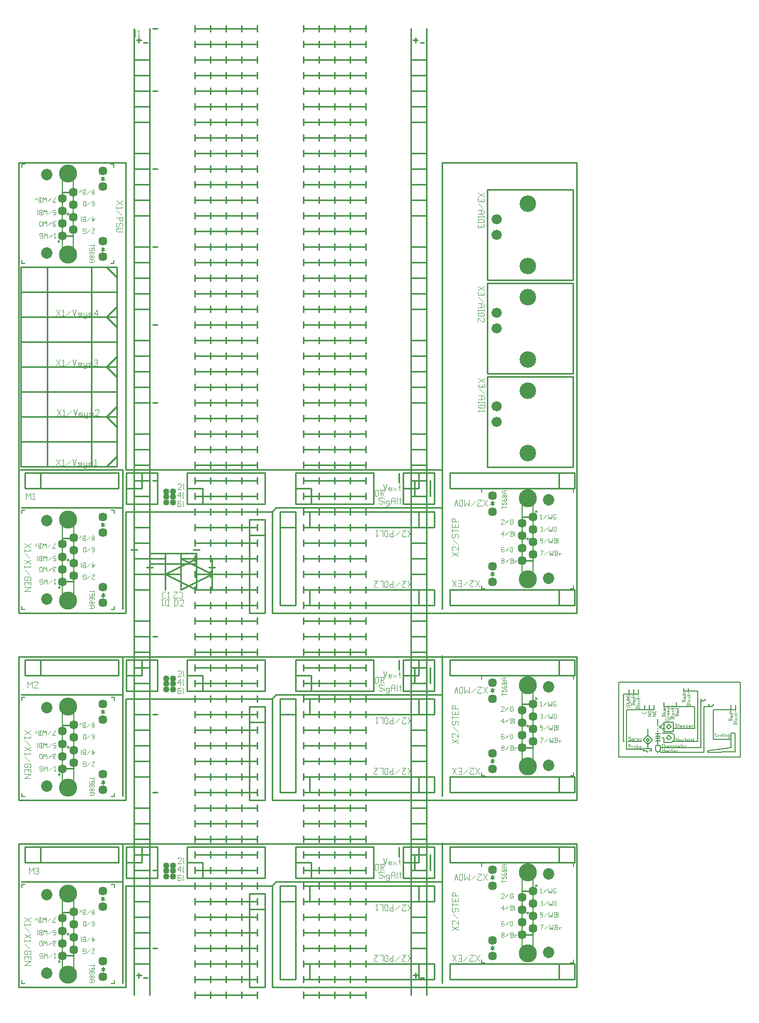
<source format=gbr>
G04 start of page 10 for group -4079 idx -4079 *
G04 Title: (unknown), topsilk *
G04 Creator: pcb 4.2.0 *
G04 CreationDate: Thu Sep 17 08:17:11 2020 UTC *
G04 For: commonadmin *
G04 Format: Gerber/RS-274X *
G04 PCB-Dimensions (mil): 6000.00 7000.00 *
G04 PCB-Coordinate-Origin: lower left *
%MOIN*%
%FSLAX25Y25*%
%LNTOPSILK*%
%ADD95C,0.1060*%
%ADD94C,0.0660*%
%ADD93C,0.0050*%
%ADD92C,0.0030*%
%ADD91C,0.0038*%
%ADD90C,0.0040*%
%ADD89C,0.0729*%
%ADD88C,0.1162*%
%ADD87C,0.0572*%
%ADD86C,0.0400*%
%ADD85C,0.0350*%
%ADD84C,0.0510*%
%ADD83C,0.0940*%
%ADD82C,0.0027*%
%ADD81C,0.0021*%
%ADD80C,0.0022*%
%ADD79C,0.0060*%
%ADD78C,0.0100*%
G54D78*X164000Y85000D02*Y25000D01*
X174000D01*
Y85000D01*
X164000D01*
Y75000D02*X174000D01*
Y85000D01*
G54D79*X404000Y213000D02*Y182500D01*
X416500Y183500D02*X419500Y186500D01*
X407000Y182500D02*X415500D01*
X419500Y190500D02*Y186500D01*
X420500Y206000D02*Y203000D01*
X417500Y206000D02*Y203000D01*
X406000D02*Y177500D01*
X401000Y220500D02*Y172500D01*
X406000Y177500D02*X416500D01*
Y178000D02*X422000D01*
X416500D02*Y176500D01*
X420500D02*X422000D01*
X418500D02*X419500Y175500D01*
X416500Y176500D02*X418500D01*
X404000Y182500D02*X404500D01*
X419500D02*X420500Y183500D01*
X419500Y184500D02*X420500Y183500D01*
X418500D02*X419500Y184500D01*
X418500Y183500D02*X419500Y182500D01*
X416500Y183500D02*X419500Y180500D01*
X406000Y203000D02*X421000D01*
X410500Y216000D02*Y213000D01*
X413500Y216000D02*Y213000D01*
X404000D01*
X407500Y216000D02*Y213000D01*
X442500Y216500D02*Y215000D01*
X445500Y216500D02*Y215000D01*
X442500D02*X444000D01*
X445500Y216500D02*Y216000D01*
X442500Y216500D02*Y216000D01*
X443500Y215000D02*X451500D01*
X430000Y205000D02*X449500D01*
X438000Y207500D02*Y205000D01*
X430000Y207500D02*Y205000D01*
X435500Y205500D02*Y205000D01*
X432500Y205500D02*Y205000D01*
X453500Y208500D02*Y178500D01*
X451500Y215000D02*Y182500D01*
X449500Y205000D02*Y191000D01*
X456500Y210000D02*Y209500D01*
X455500Y208500D02*X456500Y209500D01*
X455500Y205000D02*Y202500D01*
Y203000D02*Y175500D01*
Y205000D02*X460500D01*
X461500Y206500D02*Y206000D01*
X460500Y205000D02*X461500Y206000D01*
X458499D02*X459500Y205000D01*
X458499Y206500D02*Y206000D01*
X453500Y208500D02*X455500D01*
X453500Y209500D02*X454500Y208500D01*
X453500Y210000D02*Y209500D01*
X476000Y206000D02*Y203000D01*
X461500D02*X476000D01*
X473000Y206000D02*Y203000D01*
X461500D02*Y184000D01*
X473000D01*
Y188000D02*Y178500D01*
X475500Y188000D02*Y176000D01*
X473000Y188000D02*X475500D01*
X457999Y176500D02*X473000Y178500D01*
X457999Y176500D02*Y175500D01*
X475500Y176000D01*
X436000Y191000D02*X449500D01*
X428000Y175500D02*X455500D01*
X427500Y178500D02*X453500D01*
X435500Y182500D02*X451500D01*
X430000Y182000D02*X435000D01*
X427500Y180000D02*Y177000D01*
X427000Y176500D02*X428000Y175500D01*
X424500Y180000D02*X427500D01*
X424500D02*Y177000D01*
X426000Y175500D02*X427500Y177000D01*
X424500D02*X426000Y175500D01*
Y197000D02*Y193000D01*
Y189500D02*Y189000D01*
Y191000D02*Y190500D01*
X424500Y187500D02*X427500D01*
X428500Y191000D02*X428999Y190500D01*
X430500D01*
X428500Y193000D02*X428999Y193500D01*
X430500D01*
X427500Y193000D02*Y191000D01*
X426500Y192000D02*X428500D01*
X424500Y186000D02*X427500D01*
X424500Y184500D02*X427500D01*
X424500Y183000D02*X427500D01*
X426000Y188000D02*Y180000D01*
X430000Y195000D02*Y189000D01*
X436000D01*
X428999Y188000D02*X435000D01*
X436500Y186500D01*
X428999Y185000D02*X430000D01*
Y182000D01*
Y195000D02*X436000D01*
Y189000D01*
X431500Y192000D02*X433000Y190500D01*
X434500Y192000D01*
X433000Y193500D02*X434500Y192000D01*
X431500D02*X433000Y193500D01*
X435000Y182000D02*X436500Y183500D01*
Y186500D02*Y183500D01*
X433000Y186500D02*X434500Y185000D01*
X431500D02*X433000Y186500D01*
X431500Y185000D02*X433000Y183500D01*
X434500Y185000D01*
X419500Y182500D02*Y178000D01*
X422000D02*Y176500D01*
X401000Y220500D02*X479000D01*
Y172500D01*
X401000D02*X479000D01*
X419500Y180500D02*X422500Y183500D01*
X419500Y186500D02*X422500Y183500D01*
X423500Y206000D02*Y203000D01*
X417000D02*X423500D01*
G54D80*X430700Y199580D02*Y198500D01*
X430430Y199849D02*X430700Y199580D01*
X429782Y199849D02*X430430D01*
X429512Y199580D02*X429782Y199849D01*
X429512Y199580D02*Y198770D01*
X428540D02*X430700D01*
X428540Y199580D02*Y198500D01*
Y199580D02*X428810Y199849D01*
X429242D01*
X429512Y199580D01*
X428540Y200498D02*X430430D01*
X430700Y200768D01*
X429620Y201308D02*X430430D01*
X430700Y201578D01*
Y202118D02*Y201578D01*
X430430Y202388D02*X430700Y202118D01*
X429620Y202388D02*X430430D01*
X430700Y204116D02*Y203306D01*
X430430Y203035D02*X430700Y203306D01*
X429890Y203035D02*X430430D01*
X429620Y203306D02*X429890Y203035D01*
X429620Y203845D02*Y203306D01*
Y203845D02*X429890Y204116D01*
X430159D02*Y203035D01*
X429890Y204116D02*X430159D01*
X422540Y199000D02*X424700D01*
X422540D02*X424700Y200350D01*
X422540D02*X424700D01*
Y202078D02*Y201375D01*
X424322Y200998D02*X424700Y201375D01*
X422918Y200998D02*X424322D01*
X422540Y201375D02*X422918Y200998D01*
X422540Y202078D02*Y201375D01*
G54D81*X418150Y201560D02*Y200870D01*
X417779Y200500D02*X418150Y200870D01*
X416401Y200500D02*X417779D01*
X416030Y200870D02*X416401Y200500D01*
X416030Y201560D02*Y200870D01*
X419530Y199000D02*X421650D01*
X419530D02*X421650Y200325D01*
X419530D02*X421650D01*
X419795Y200961D02*X421385D01*
X419530Y201225D02*X419795Y200961D01*
X419530Y201756D02*Y201225D01*
Y201756D02*X419795Y202021D01*
X421385D01*
X421650Y201756D01*
Y201225D01*
X421385Y200961D02*X421650Y201225D01*
G54D80*X408080Y185460D02*X408350Y185190D01*
X407270Y185460D02*X408080D01*
X407000Y185190D02*X407270Y185460D01*
X407000Y185190D02*Y184650D01*
X407270Y184380D01*
X408080D01*
X408350Y184110D01*
Y183570D01*
X408080Y183300D02*X408350Y183570D01*
X407270Y183300D02*X408080D01*
X407000Y183570D02*X407270Y183300D01*
X409268D02*X410078D01*
X408998Y183570D02*X409268Y183300D01*
X408998Y184110D02*Y183570D01*
Y184110D02*X409268Y184380D01*
X409808D01*
X410078Y184110D01*
X408998Y183839D02*X410078D01*
Y184110D02*Y183839D01*
X410996Y184110D02*Y183300D01*
Y184110D02*X411266Y184380D01*
X411806D01*
X410726D02*X410996Y184110D01*
X412454Y184380D02*X412994Y183300D01*
X413534Y184380D01*
X414182Y184110D02*Y183570D01*
Y184110D02*X414452Y184380D01*
X414992D01*
X415262Y184110D01*
Y183570D01*
X414992Y183300D02*X415262Y183570D01*
X414452Y183300D02*X414992D01*
X414182Y183570D02*X414452Y183300D01*
X437500Y184960D02*Y182800D01*
X438850Y184960D02*Y182800D01*
X437500Y183880D02*X438850D01*
X439768Y182800D02*X440578D01*
X439498Y183070D02*X439768Y182800D01*
X439498Y183609D02*Y183070D01*
Y183609D02*X439768Y183880D01*
X440308D01*
X440578Y183609D01*
X439498Y183340D02*X440578D01*
Y183609D02*Y183340D01*
X442036Y183880D02*X442306Y183609D01*
X441496Y183880D02*X442036D01*
X441226Y183609D02*X441496Y183880D01*
X441226Y183609D02*Y183070D01*
X441496Y182800D01*
X442306Y183880D02*Y183070D01*
X442576Y182800D01*
X441496D02*X442036D01*
X442306Y183070D01*
X443494Y184960D02*Y183070D01*
X443764Y182800D01*
X443224Y184150D02*X443764D01*
X444574Y182800D02*X445384D01*
X445654Y183070D01*
X445384Y183340D02*X445654Y183070D01*
X444574Y183340D02*X445384D01*
X444304Y183609D02*X444574Y183340D01*
X444304Y183609D02*X444574Y183880D01*
X445384D01*
X445654Y183609D01*
X444304Y183070D02*X444574Y182800D01*
G54D82*X446302Y184420D02*Y184366D01*
G54D80*Y183609D02*Y182800D01*
X447112Y183609D02*Y182800D01*
Y183609D02*X447382Y183880D01*
X447652D01*
X447922Y183609D01*
Y182800D01*
X446842Y183880D02*X447112Y183609D01*
X448570Y184960D02*Y182800D01*
Y183609D02*X449380Y182800D01*
X448570Y183609D02*X449110Y184150D01*
X407270Y180460D02*Y178300D01*
X407000Y180460D02*X408080D01*
X408350Y180190D01*
Y179650D01*
X408080Y179380D02*X408350Y179650D01*
X407270Y179380D02*X408080D01*
X409268Y179110D02*Y178300D01*
Y179110D02*X409538Y179380D01*
X410078D01*
X408998D02*X409268Y179110D01*
X410726D02*Y178570D01*
Y179110D02*X410996Y179380D01*
X411536D01*
X411806Y179110D01*
Y178570D01*
X411536Y178300D02*X411806Y178570D01*
X410996Y178300D02*X411536D01*
X410726Y178570D02*X410996Y178300D01*
X412454Y180460D02*Y178300D01*
Y178570D02*X412724Y178300D01*
X413264D01*
X413534Y178570D01*
Y179110D02*Y178570D01*
X413264Y179380D02*X413534Y179110D01*
X412724Y179380D02*X413264D01*
X412454Y179110D02*X412724Y179380D01*
X414452Y178300D02*X415262D01*
X414182Y178570D02*X414452Y178300D01*
X414182Y179110D02*Y178570D01*
Y179110D02*X414452Y179380D01*
X414992D01*
X415262Y179110D01*
X414182Y178840D02*X415262D01*
Y179110D02*Y178840D01*
X428500Y180960D02*X429580D01*
X429040D02*Y178800D01*
X430228Y180960D02*Y178800D01*
Y179610D02*X430498Y179880D01*
X431038D01*
X431308Y179610D01*
Y178800D01*
X432226D02*X433036D01*
X431956Y179069D02*X432226Y178800D01*
X431956Y179610D02*Y179069D01*
Y179610D02*X432226Y179880D01*
X432766D01*
X433036Y179610D01*
X431956Y179340D02*X433036D01*
Y179610D02*Y179340D01*
X433954Y179610D02*Y178800D01*
Y179610D02*X434224Y179880D01*
X434764D01*
X433684D02*X433954Y179610D01*
X435682D02*Y178800D01*
Y179610D02*X435952Y179880D01*
X436222D01*
X436492Y179610D01*
Y178800D01*
Y179610D02*X436762Y179880D01*
X437032D01*
X437302Y179610D01*
Y178800D01*
X435412Y179880D02*X435682Y179610D01*
G54D82*X437950Y180420D02*Y180366D01*
G54D80*Y179610D02*Y178800D01*
X438760D02*X439570D01*
X439840Y179069D01*
X439570Y179340D02*X439840Y179069D01*
X438760Y179340D02*X439570D01*
X438490Y179610D02*X438760Y179340D01*
X438490Y179610D02*X438760Y179880D01*
X439570D01*
X439840Y179610D01*
X438490Y179069D02*X438760Y178800D01*
X440758Y180960D02*Y179069D01*
X441028Y178800D01*
X440488Y180150D02*X441028D01*
X441568Y179610D02*Y179069D01*
Y179610D02*X441838Y179880D01*
X442378D01*
X442648Y179610D01*
Y179069D01*
X442378Y178800D02*X442648Y179069D01*
X441838Y178800D02*X442378D01*
X441568Y179069D02*X441838Y178800D01*
X443566Y179610D02*Y178800D01*
Y179610D02*X443836Y179880D01*
X444376D01*
X443296D02*X443566Y179610D01*
X428999Y177959D02*Y175800D01*
X430350Y177959D02*Y175800D01*
X428999Y176880D02*X430350D01*
X431268Y175800D02*X432078D01*
X430997Y176070D02*X431268Y175800D01*
X430997Y176610D02*Y176070D01*
Y176610D02*X431268Y176880D01*
X431808D01*
X432078Y176610D01*
X430997Y176340D02*X432078D01*
Y176610D02*Y176340D01*
X433536Y176880D02*X433806Y176610D01*
X432996Y176880D02*X433536D01*
X432726Y176610D02*X432996Y176880D01*
X432726Y176610D02*Y176070D01*
X432996Y175800D01*
X433806Y176880D02*Y176070D01*
X434076Y175800D01*
X432996D02*X433536D01*
X433806Y176070D01*
X434994Y177959D02*Y176070D01*
X435264Y175800D01*
X434724Y177150D02*X435264D01*
X436074Y175800D02*X436884D01*
X435804Y176070D02*X436074Y175800D01*
X435804Y176610D02*Y176070D01*
Y176610D02*X436074Y176880D01*
X436614D01*
X436884Y176610D01*
X435804Y176340D02*X436884D01*
Y176610D02*Y176340D01*
X437802Y176610D02*Y175800D01*
Y176610D02*X438072Y176880D01*
X438612D01*
X437532D02*X437802Y176610D01*
X409040Y207080D02*Y206000D01*
Y207080D02*X409310Y207350D01*
X409850D01*
X410120Y207080D01*
Y206270D01*
X409040D02*X411200D01*
X410120Y206702D02*X411200Y207350D01*
Y209078D02*Y208268D01*
X410930Y207998D02*X411200Y208268D01*
X410390Y207998D02*X410930D01*
X410120Y208268D02*X410390Y207998D01*
X410120Y208808D02*Y208268D01*
Y208808D02*X410390Y209078D01*
X410660D02*Y207998D01*
X410390Y209078D02*X410660D01*
X409040Y210806D02*X411200D01*
X410930D02*X411200Y210536D01*
Y209996D01*
X410930Y209726D02*X411200Y209996D01*
X410390Y209726D02*X410930D01*
X410120Y209996D02*X410390Y209726D01*
X410120Y210536D02*Y209996D01*
Y210536D02*X410390Y210806D01*
X410120Y212534D02*Y211454D01*
X409580Y211994D02*X410660D01*
G54D81*X414150Y204560D02*Y203500D01*
X413885Y204825D02*X414150Y204560D01*
X413249Y204825D02*X413885D01*
X412984Y204560D02*X413249Y204825D01*
X412984Y204560D02*Y203765D01*
X412030D02*X414150D01*
X412030Y204560D02*Y203500D01*
Y204560D02*X412295Y204825D01*
X412719D01*
X412984Y204560D01*
X412030Y205461D02*X413885D01*
X414150Y205726D01*
X413090Y207051D02*X413355Y207316D01*
X413090Y207051D02*Y206521D01*
X413355Y206256D01*
X413885D01*
X414150Y206521D01*
X413090Y207316D02*X413885D01*
X414150Y207581D01*
Y207051D02*Y206521D01*
X413885Y207316D02*X414150Y207051D01*
X413090Y209277D02*Y208482D01*
X413355Y208217D01*
X413885D01*
X414150Y208482D01*
Y209277D02*Y208482D01*
X412030Y209913D02*X414150D01*
X413355D02*X414150Y210708D01*
X412825Y210443D02*X413355Y209913D01*
X413090Y212404D02*Y211344D01*
X407885Y204500D02*X408150Y204765D01*
X406030D02*X406295Y204500D01*
X407885D01*
X406030Y205666D02*X408150D01*
X406030Y206461D02*Y205401D01*
Y206461D02*X406295Y206726D01*
X406825D01*
X407090Y206461D01*
Y205666D01*
X406030Y207362D02*X407090D01*
X408150Y207627D01*
X407090Y208157D02*X408150Y207627D01*
X407090Y208157D02*X408150Y208687D01*
X407090Y208952D02*X408150Y208687D01*
X406030Y208952D02*X407090D01*
X406030Y209588D02*X408150D01*
X406030D02*X407090Y210383D01*
X406030Y211178D02*X407090Y210383D01*
X406030Y211178D02*X408150D01*
X406030Y211814D02*X406295Y212079D01*
X407885D01*
X408150Y211814D01*
X446650Y206560D02*Y205500D01*
X446385Y206825D02*X446650Y206560D01*
X445749Y206825D02*X446385D01*
X445484Y206560D02*X445749Y206825D01*
X445484Y206560D02*Y205765D01*
X444530D02*X446650D01*
X444530Y206560D02*Y205500D01*
Y206560D02*X444795Y206825D01*
X445219D01*
X445484Y206560D01*
X444530Y207461D02*X446385D01*
X446650Y207726D01*
X445590Y209051D02*X445855Y209316D01*
X445590Y209051D02*Y208521D01*
X445855Y208256D01*
X446385D01*
X446650Y208521D01*
X445590Y209316D02*X446385D01*
X446650Y209581D01*
Y209051D02*Y208521D01*
X446385Y209316D02*X446650Y209051D01*
X445590Y211277D02*Y210482D01*
X445855Y210217D01*
X446385D01*
X446650Y210482D01*
Y211277D02*Y210482D01*
X444530Y211913D02*X446650D01*
X445855D02*X446650Y212708D01*
X445325Y212443D02*X445855Y211913D01*
X445590Y214404D02*Y213344D01*
G54D80*X441540Y209080D02*Y208000D01*
Y209080D02*X441810Y209350D01*
X442350D01*
X442620Y209080D01*
Y208270D01*
X441540D02*X443700D01*
X442620Y208702D02*X443700Y209350D01*
Y211078D02*Y210268D01*
X443430Y209998D02*X443700Y210268D01*
X442890Y209998D02*X443430D01*
X442620Y210268D02*X442890Y209998D01*
X442620Y210808D02*Y210268D01*
Y210808D02*X442890Y211078D01*
X443160D02*Y209998D01*
X442890Y211078D02*X443160D01*
X441540Y212806D02*X443700D01*
X443430D02*X443700Y212536D01*
Y211996D01*
X443430Y211726D02*X443700Y211996D01*
X442890Y211726D02*X443430D01*
X442620Y211996D02*X442890Y211726D01*
X442620Y212536D02*Y211996D01*
Y212536D02*X442890Y212806D01*
X442620Y214534D02*Y213454D01*
X442080Y213994D02*X443160D01*
X431040Y197079D02*X431310Y197350D01*
X431040Y197079D02*Y196269D01*
X431310Y196000D01*
X432929D01*
X433200Y196269D01*
Y197079D02*Y196269D01*
X432929Y197350D02*X433200Y197079D01*
X432390Y197350D02*X432929D01*
X432119Y197079D02*X432390Y197350D01*
X432119Y197079D02*Y196540D01*
X432390Y198267D02*X433200D01*
X432119Y198538D02*X432390Y198267D01*
X432119Y199077D02*Y198538D01*
Y197998D02*X432390Y198267D01*
X433200Y200806D02*Y199996D01*
X432929Y199726D02*X433200Y199996D01*
X432390Y199726D02*X432929D01*
X432119Y199996D02*X432390Y199726D01*
X432119Y200536D02*Y199996D01*
Y200536D02*X432390Y200806D01*
X432660D02*Y199726D01*
X432390Y200806D02*X432660D01*
X433200Y202534D02*Y201724D01*
X432929Y201453D02*X433200Y201724D01*
X432390Y201453D02*X432929D01*
X432119Y201724D02*X432390Y201453D01*
X432119Y202263D02*Y201724D01*
Y202263D02*X432390Y202534D01*
X432660D02*Y201453D01*
X432390Y202534D02*X432660D01*
X432390Y203451D02*X433200D01*
X432119Y203722D02*X432390Y203451D01*
X432119Y203992D02*Y203722D01*
Y203992D02*X432390Y204262D01*
X433200D01*
X432119Y203182D02*X432390Y203451D01*
X437040Y200080D02*Y199000D01*
Y200080D02*X437310Y200350D01*
X437850D01*
X438120Y200080D01*
Y199270D01*
X437040D02*X439200D01*
X438120Y199702D02*X439200Y200350D01*
Y202078D02*Y201268D01*
X438930Y200998D02*X439200Y201268D01*
X438390Y200998D02*X438930D01*
X438120Y201268D02*X438390Y200998D01*
X438120Y201808D02*Y201268D01*
Y201808D02*X438390Y202078D01*
X438660D02*Y200998D01*
X438390Y202078D02*X438660D01*
X437040Y203806D02*X439200D01*
X438930D02*X439200Y203536D01*
Y202996D01*
X438930Y202726D02*X439200Y202996D01*
X438390Y202726D02*X438930D01*
X438120Y202996D02*X438390Y202726D01*
X438120Y203536D02*Y202996D01*
Y203536D02*X438390Y203806D01*
X436200Y198080D02*Y197000D01*
X435930Y198350D02*X436200Y198080D01*
X435282Y198350D02*X435930D01*
X435012Y198080D02*X435282Y198350D01*
X435012Y198080D02*Y197270D01*
X434040D02*X436200D01*
X434040Y198080D02*Y197000D01*
Y198080D02*X434310Y198350D01*
X434742D01*
X435012Y198080D01*
X434040Y198998D02*X435930D01*
X436200Y199268D01*
X435120Y200618D02*X435390Y200887D01*
X435120Y200618D02*Y200078D01*
X435390Y199808D01*
X435930D01*
X436200Y200078D01*
X435120Y200887D02*X435930D01*
X436200Y201158D01*
Y200618D02*Y200078D01*
X435930Y200887D02*X436200Y200618D01*
X435120Y202885D02*Y202075D01*
X435390Y201806D01*
X435930D01*
X436200Y202075D01*
Y202885D02*Y202075D01*
X434040Y203534D02*X436200D01*
X435390D02*X436200Y204344D01*
X434850Y204074D02*X435390Y203534D01*
X438080Y193960D02*X438350Y193690D01*
X437270Y193960D02*X438080D01*
X437000Y193690D02*X437270Y193960D01*
X437000Y193690D02*Y193150D01*
X437270Y192880D01*
X438080D01*
X438350Y192610D01*
Y192070D01*
X438080Y191800D02*X438350Y192070D01*
X437270Y191800D02*X438080D01*
X437000Y192070D02*X437270Y191800D01*
X439268Y193960D02*Y192070D01*
X439538Y191800D01*
X438998Y193150D02*X439538D01*
X440348Y191800D02*X441158D01*
X440078Y192070D02*X440348Y191800D01*
X440078Y192610D02*Y192070D01*
Y192610D02*X440348Y192880D01*
X440888D01*
X441158Y192610D01*
X440078Y192340D02*X441158D01*
Y192610D02*Y192340D01*
X442076Y192610D02*Y190990D01*
X441806Y192880D02*X442076Y192610D01*
X442346Y192880D01*
X442886D01*
X443156Y192610D01*
Y192070D01*
X442886Y191800D02*X443156Y192070D01*
X442346Y191800D02*X442886D01*
X442076Y192070D02*X442346Y191800D01*
X444074Y192610D02*Y190990D01*
X443804Y192880D02*X444074Y192610D01*
X444344Y192880D01*
X444884D01*
X445154Y192610D01*
Y192070D01*
X444884Y191800D02*X445154Y192070D01*
X444344Y191800D02*X444884D01*
X444074Y192070D02*X444344Y191800D01*
X446072D02*X446882D01*
X445802Y192070D02*X446072Y191800D01*
X445802Y192610D02*Y192070D01*
Y192610D02*X446072Y192880D01*
X446612D01*
X446882Y192610D01*
X445802Y192340D02*X446882D01*
Y192610D02*Y192340D01*
X447800Y192610D02*Y191800D01*
Y192610D02*X448070Y192880D01*
X448610D01*
X447530D02*X447800Y192610D01*
G54D81*X476650Y194560D02*Y193500D01*
X476385Y194825D02*X476650Y194560D01*
X475749Y194825D02*X476385D01*
X475484Y194560D02*X475749Y194825D01*
X475484Y194560D02*Y193765D01*
X474530D02*X476650D01*
X474530Y194560D02*Y193500D01*
Y194560D02*X474795Y194825D01*
X475219D01*
X475484Y194560D01*
X474530Y195461D02*X476385D01*
X476650Y195726D01*
X475590Y197051D02*X475855Y197316D01*
X475590Y197051D02*Y196521D01*
X475855Y196256D01*
X476385D01*
X476650Y196521D01*
X475590Y197316D02*X476385D01*
X476650Y197581D01*
Y197051D02*Y196521D01*
X476385Y197316D02*X476650Y197051D01*
X475590Y199277D02*Y198482D01*
X475855Y198217D01*
X476385D01*
X476650Y198482D01*
Y199277D02*Y198482D01*
X474530Y199913D02*X476650D01*
X475855D02*X476650Y200708D01*
X475325Y200443D02*X475855Y199913D01*
X475590Y202404D02*Y201344D01*
G54D80*X471540Y197079D02*Y196000D01*
Y197079D02*X471810Y197350D01*
X472350D01*
X472620Y197079D01*
Y196269D01*
X471540D02*X473700D01*
X472620Y196702D02*X473700Y197350D01*
Y199077D02*Y198267D01*
X473430Y197998D02*X473700Y198267D01*
X472890Y197998D02*X473430D01*
X472620Y198267D02*X472890Y197998D01*
X472620Y198808D02*Y198267D01*
Y198808D02*X472890Y199077D01*
X473160D02*Y197998D01*
X472890Y199077D02*X473160D01*
X471540Y200806D02*X473700D01*
X473430D02*X473700Y200536D01*
Y199996D01*
X473430Y199726D02*X473700Y199996D01*
X472890Y199726D02*X473430D01*
X472620Y199996D02*X472890Y199726D01*
X472620Y200536D02*Y199996D01*
Y200536D02*X472890Y200806D01*
X472620Y202534D02*Y201453D01*
X472080Y201994D02*X473160D01*
X462878Y185800D02*X463580D01*
X462500Y186178D02*X462878Y185800D01*
X462500Y187582D02*Y186178D01*
Y187582D02*X462878Y187960D01*
X463580D01*
X464227Y186609D02*Y186070D01*
Y186609D02*X464498Y186880D01*
X465037D01*
X465308Y186609D01*
Y186070D01*
X465037Y185800D02*X465308Y186070D01*
X464498Y185800D02*X465037D01*
X464227Y186070D02*X464498Y185800D01*
X465956Y186609D02*Y186070D01*
Y186609D02*X466225Y186880D01*
X466766D01*
X467036Y186609D01*
Y186070D01*
X466766Y185800D02*X467036Y186070D01*
X466225Y185800D02*X466766D01*
X465956Y186070D02*X466225Y185800D01*
X467684Y187960D02*Y186070D01*
X467954Y185800D01*
G54D82*X468494Y187420D02*Y187366D01*
G54D80*Y186609D02*Y185800D01*
X469304Y186609D02*Y185800D01*
Y186609D02*X469574Y186880D01*
X469844D01*
X470114Y186609D01*
Y185800D01*
X469034Y186880D02*X469304Y186609D01*
X471572Y186880D02*X471842Y186609D01*
X471032Y186880D02*X471572D01*
X470762Y186609D02*X471032Y186880D01*
X470762Y186609D02*Y186070D01*
X471032Y185800D01*
X471572D01*
X471842Y186070D01*
X470762Y185260D02*X471032Y184990D01*
X471572D01*
X471842Y185260D01*
Y186880D02*Y185260D01*
G54D83*X342503Y166517D03*
Y218477D03*
X47543Y153037D03*
Y205007D03*
G54D84*X356003Y167297D03*
Y217697D03*
X34043Y153827D03*
Y204217D03*
G54D85*X346043Y182456D03*
Y190487D03*
Y198517D03*
Y206557D03*
X338963Y178437D03*
Y186477D03*
Y194507D03*
Y202537D03*
X320023Y164937D03*
Y220057D03*
X70023Y151457D03*
Y161497D03*
Y196537D03*
Y206577D03*
X51093Y168977D03*
Y177017D03*
Y185047D03*
Y193077D03*
X44003Y164967D03*
Y181027D03*
Y189057D03*
G54D86*X115002Y222997D03*
Y219497D03*
Y215997D03*
X110503Y222997D03*
Y219497D03*
Y215997D03*
G54D87*X320023Y210017D03*
Y220056D03*
X338960Y202536D03*
Y178442D03*
Y186473D03*
X346046Y182458D03*
G54D88*X342503Y166513D03*
G54D89*X356007Y167300D03*
G54D87*X320023Y164938D03*
Y174977D03*
X346046Y206552D03*
Y198521D03*
Y190489D03*
G54D88*X342503Y218481D03*
G54D89*X356007Y217694D03*
G54D87*X338960Y194505D03*
G54D88*X47546Y205005D03*
G54D89*X34042Y204217D03*
G54D87*X70027Y206580D03*
Y196540D03*
X51090Y193075D03*
Y185044D03*
X44003Y189060D03*
X70027Y161501D03*
Y151462D03*
X51090Y168981D03*
Y177013D03*
X44003Y164966D03*
Y172997D03*
Y181028D03*
G54D88*X47546Y153036D03*
G54D89*X34042Y153824D03*
G54D78*X16003Y236997D02*X374003D01*
X16003D02*Y144997D01*
X84503D01*
Y209997D02*Y144997D01*
Y209997D02*X178503D01*
Y144997D01*
X374003Y236997D02*Y144997D01*
X178503D02*X374003D01*
G54D90*X19546Y158921D02*X23546D01*
X19546D02*X23546Y161421D01*
X19546D02*X23546D01*
Y164621D02*Y162620D01*
X19546Y164621D02*X23546D01*
X19546D02*Y162620D01*
X21746Y164621D02*Y163121D01*
X21546Y167321D02*Y166321D01*
X21046Y165821D02*X21546Y166321D01*
X20046Y165821D02*X21046D01*
X19546Y166321D02*X20046Y165821D01*
X19546Y167821D02*Y166321D01*
Y167821D02*X20046Y168321D01*
X23046D01*
X23546Y167821D01*
Y166321D01*
X23046Y165821D02*X23546Y166321D01*
X20046Y172521D02*X23046Y169521D01*
X19546Y175221D02*Y173721D01*
Y174421D02*X23546D01*
X22746Y175221D02*X23546Y174421D01*
X19546Y176421D02*X23546Y178921D01*
X19546D02*X23546Y176421D01*
X20046Y183121D02*X23046Y180121D01*
X19546Y185820D02*Y184320D01*
Y185020D02*X23546D01*
X22746Y185820D02*X23546Y185020D01*
X19546Y187021D02*X23546Y189521D01*
X19546D02*X23546Y187021D01*
X294203Y165497D02*X296703Y161497D01*
X294203D02*X296703Y165497D01*
X297903Y161497D02*X299903D01*
Y165497D02*Y161497D01*
X297903Y165497D02*X299903D01*
X298403Y163297D02*X299903D01*
X301103Y161997D02*X304103Y164997D01*
X305303Y165497D02*X307803D01*
X305303Y162997D02*X307803Y165497D01*
X305303Y162997D02*Y161997D01*
X305803Y161497D01*
X307303D01*
X307803Y161997D01*
X309003Y165497D02*X311503Y161497D01*
X309003D02*X311503Y165497D01*
X243803D02*X246303D01*
X243803Y162997D02*X246303Y165497D01*
X243803Y162997D02*Y161997D01*
X244303Y161497D01*
X245803D01*
X246303Y161997D01*
X247503Y165497D02*X249503D01*
Y161497D01*
X252202Y165497D02*X252703Y164997D01*
X251203Y165497D02*X252202D01*
X250703Y164997D02*X251203Y165497D01*
X250703Y164997D02*Y161997D01*
X251203Y161497D01*
X252202D01*
X252703Y161997D01*
Y164997D02*Y161997D01*
X254403Y163497D02*X255903D01*
X253903Y162997D02*X254403Y163497D01*
X253903Y162997D02*Y161997D01*
X254403Y161497D01*
X256403D01*
X255903Y165497D02*Y161497D01*
X257603Y161997D02*X260603Y164997D01*
X261803Y165497D02*X264303D01*
X261803Y162997D02*X264303Y165497D01*
X261803Y162997D02*Y161997D01*
X262303Y161497D01*
X263803D01*
X264303Y161997D01*
X265503Y165497D02*X268003Y161497D01*
X265503D02*X268003Y165497D01*
X295503Y213497D02*X296503Y217497D01*
X297503Y213497D01*
X300203Y217497D02*X300703Y216997D01*
X299203Y217497D02*X300203D01*
X298703Y216997D02*X299203Y217497D01*
X298703Y216997D02*Y213997D01*
X299203Y213497D01*
X300203D01*
X300703Y213997D01*
Y216997D02*Y213997D01*
X301903Y217497D02*Y213497D01*
X303403Y215497D01*
X304903Y213497D01*
Y217497D02*Y213497D01*
X306103Y213997D02*X309103Y216997D01*
X310303Y217497D02*X312803D01*
X310303Y214997D02*X312803Y217497D01*
X310303Y214997D02*Y213997D01*
X310803Y213497D01*
X312303D01*
X312803Y213997D01*
X314003Y217497D02*X316503Y213497D01*
X314003D02*X316503Y217497D01*
X244803Y197997D02*X246303D01*
X245503D02*Y193997D01*
X246303Y194797D01*
X247503Y197997D02*X249503D01*
Y193997D01*
X252202Y197997D02*X252703Y197497D01*
X251203Y197997D02*X252202D01*
X250703Y197497D02*X251203Y197997D01*
X250703Y197497D02*Y194497D01*
X251203Y193997D01*
X252202D01*
X252703Y194497D01*
Y197497D02*Y194497D01*
X254403Y195997D02*X255903D01*
X253903Y195497D02*X254403Y195997D01*
X253903Y195497D02*Y194497D01*
X254403Y193997D01*
X256403D01*
X255903Y197997D02*Y193997D01*
X257603Y194497D02*X260603Y197497D01*
X261803Y197997D02*X264303D01*
X261803Y195497D02*X264303Y197997D01*
X261803Y195497D02*Y194497D01*
X262303Y193997D01*
X263803D01*
X264303Y194497D01*
X265503Y197997D02*X268003Y193997D01*
X265503D02*X268003Y197997D01*
X296003Y205197D02*Y203697D01*
X295503Y205697D02*X296003Y205197D01*
X294503Y205697D02*X295503D01*
X294003Y205197D02*X294503Y205697D01*
X294003Y205197D02*Y203197D01*
Y203697D02*X298003D01*
X294003Y201997D02*Y199997D01*
X298003D01*
Y201997D02*Y199997D01*
X295803Y201497D02*Y199997D01*
X294003Y197797D02*X298003D01*
X294003Y198797D02*Y196797D01*
X297503Y193097D02*X298003Y193597D01*
Y195097D02*Y193597D01*
X297503Y195597D02*X298003Y195097D01*
X296503Y195597D02*X297503D01*
X296003Y195097D02*X296503Y195597D01*
X296003Y195097D02*Y193597D01*
X295503Y193097D02*X296003Y193597D01*
X294503Y193097D02*X295503D01*
X294003Y193597D02*X294503Y193097D01*
X294003Y195097D02*Y193597D01*
Y195097D02*X294503Y195597D01*
Y191897D02*X297503Y188897D01*
X298003Y187696D02*Y185197D01*
X295503Y187696D02*X298003Y185197D01*
X294503Y187696D02*X295503D01*
X294003Y187196D02*X294503Y187696D01*
X294003Y187196D02*Y185697D01*
X294503Y185197D01*
X294003Y181497D02*X298003Y183997D01*
X294003D02*X298003Y181497D01*
G54D78*X95003Y234997D02*Y224997D01*
X85003D02*X95003D01*
X85003Y234997D02*X105003D01*
Y214997D01*
X85003D02*X105003D01*
X85003Y234997D02*Y214997D01*
X20003Y234997D02*X30003D01*
Y224997D01*
X20003Y234997D02*Y224997D01*
Y234997D02*X80003D01*
Y224997D01*
X20003D02*X80003D01*
G54D79*X41444Y161895D02*X42428Y160910D01*
X41444D02*X42428Y161895D01*
X77074Y149099D02*Y147131D01*
X75105D02*X77074D01*
Y210910D02*Y208942D01*
X75105Y210910D02*X77074D01*
X18019Y149099D02*Y147131D01*
X19987D01*
X18019Y210910D02*Y208942D01*
Y210910D02*X19987D01*
X46759Y179021D02*X48334D01*
X47546Y179808D02*Y178233D01*
X51090Y200674D02*Y157564D01*
X44003Y200674D02*Y157564D01*
G54D78*Y192997D02*X51090D01*
X44003Y165044D02*X51090D01*
G54D79*X70101Y157741D02*Y156953D01*
Y155576D02*Y154788D01*
X68920Y155576D02*X71283D01*
X69117Y156953D02*X71086D01*
X69117D02*X70101Y155969D01*
X71086Y156953D01*
X70027Y201265D02*X71011Y202249D01*
X69042D02*X70027Y201265D01*
X69042Y202249D02*X71011D01*
X68846Y200871D02*X71208D01*
X70027D02*Y200084D01*
Y203036D02*Y202249D01*
G54D78*X124003Y224997D02*X134003D01*
Y214997D01*
X124003Y234997D02*Y214997D01*
Y234997D02*X174003D01*
Y214997D01*
X124003D02*X174003D01*
X193503Y209997D02*Y199997D01*
X183503D02*X193503D01*
X183503Y209997D02*X193503D01*
Y149997D01*
X183503D02*X193503D01*
X183503Y209997D02*Y149997D01*
X362503Y224997D02*X372503D01*
X362503Y234997D02*Y224997D01*
X372503Y234997D02*Y224997D01*
X292503D02*X372503D01*
X292503Y234997D02*Y224997D01*
Y234997D02*X372503D01*
X362503Y149997D02*X372503D01*
X362503Y159997D02*Y149997D01*
X372503Y159997D02*Y149997D01*
X292503D02*X372503D01*
X292503Y159997D02*Y149997D01*
Y159997D02*X372503D01*
X272503Y149997D02*X282503D01*
X272503Y159997D02*Y149997D01*
X282503Y159997D02*Y149997D01*
X202503D02*X282503D01*
X202503Y159997D02*Y149997D01*
Y159997D02*X282503D01*
X272503Y234997D02*Y224997D01*
X262503D02*X272503D01*
X262503Y234997D02*X282503D01*
Y214997D01*
X262503D02*X282503D01*
X262503Y234997D02*Y214997D01*
X193503Y224997D02*X203503D01*
Y214997D01*
X193503Y234997D02*Y214997D01*
Y234997D02*X243503D01*
Y214997D01*
X193503D02*X243503D01*
X272503Y199997D02*X282503D01*
X272503Y209997D02*Y199997D01*
X282503Y209997D02*Y199997D01*
X202503D02*X282503D01*
X202503Y209997D02*Y199997D01*
Y209997D02*X282503D01*
G54D79*X347621Y210607D02*X348605Y209623D01*
X347621D02*X348605Y210607D01*
X312975Y224387D02*Y222418D01*
Y224387D02*X314944D01*
X312975Y162576D02*Y160607D01*
X314944D01*
X372031Y224387D02*Y222418D01*
X370062Y224387D02*X372031D01*
Y162576D02*Y160607D01*
X370062D02*X372031D01*
X341716Y192497D02*X343290D01*
X342503Y193284D02*Y191709D01*
X338960Y213954D02*Y170843D01*
X346046Y213954D02*Y170843D01*
G54D78*X338960Y178521D02*X346046D01*
X338960Y206473D02*X346046D01*
G54D79*X319948Y214564D02*Y213777D01*
Y216729D02*Y215942D01*
X318767D02*X321129D01*
X318964Y214564D02*X320932D01*
X319948Y215548D02*X320932Y214564D01*
X318964D02*X319948Y215548D01*
X319038Y169269D02*X320023Y170253D01*
X321007Y169269D01*
X319038D02*X321007D01*
X318842Y170647D02*X321204D01*
X320023Y171434D02*Y170647D01*
Y169269D02*Y168481D01*
G54D91*X121555Y224677D02*X122035Y224197D01*
X121555Y228037D02*Y224677D01*
X118003Y224197D02*X120403D01*
X118003D02*X120403Y226597D01*
Y227557D02*Y226597D01*
X119923Y228037D02*X120403Y227557D01*
X118483Y228037D02*X119923D01*
X118003Y227557D02*X118483Y228037D01*
X121092Y219132D02*X121577Y218647D01*
X121092Y222527D02*Y219132D01*
X119442Y222527D02*Y218647D01*
X117503Y220102D02*X119928D01*
X117503D02*X119442Y222527D01*
X121075Y213677D02*X121555Y213197D01*
X121075Y217037D02*Y213677D01*
X119923Y214829D02*Y213677D01*
X119442Y213197D02*X119923Y213677D01*
X118483Y213197D02*X119442D01*
X118003Y215309D02*X119442D01*
X119923Y214829D01*
X118003Y213677D02*X118483Y213197D01*
X118003Y216557D02*Y213677D01*
Y216557D02*X118483Y217037D01*
X119442D01*
X119923Y216557D01*
G54D92*X55630Y193453D02*X56004Y193078D01*
X54504D02*X55255D01*
X55630Y193453D01*
Y194578D02*Y193453D01*
X56905Y192553D02*X57280Y192928D01*
X56905Y192553D02*Y191953D01*
X57280Y191578D01*
X58780D01*
X58405Y194578D02*Y191578D01*
X57280Y192928D02*X58405D01*
X56905Y193302D02*X57280Y192928D01*
X56905Y194203D02*Y193302D01*
Y194203D02*X57280Y194578D01*
X58780D01*
X59680Y191953D02*X61930Y194203D01*
X62830Y192553D02*X63355Y193078D01*
X62830Y192553D02*Y191953D01*
X63205Y191578D01*
X63955D01*
X64330Y191953D01*
Y192553D02*Y191953D01*
X63805Y193078D02*X64330Y192553D01*
X63205Y194578D02*X63955D01*
X62830Y194203D02*X63205Y194578D01*
X62830Y194203D02*Y193602D01*
X63355Y193078D01*
X63805D01*
X64330Y193602D01*
Y194203D02*Y193602D01*
X63955Y194578D02*X64330Y194203D01*
X27262Y188571D02*X27636Y188196D01*
X26137D02*X26887D01*
X27262Y188571D01*
Y189696D02*Y188571D01*
X28537Y187671D02*X28912Y188045D01*
X28537Y187671D02*Y187071D01*
X28912Y186696D01*
X30412D01*
X30037Y189696D02*Y186696D01*
X28912Y188045D02*X30037D01*
X28537Y188421D02*X28912Y188045D01*
X28537Y189321D02*Y188421D01*
Y189321D02*X28912Y189696D01*
X30412D01*
X31311Y188196D02*Y186696D01*
Y188196D02*X31687Y189696D01*
X32437Y188196D01*
X33187Y189696D01*
X33562Y188196D01*
Y186696D01*
X34462Y187071D02*X36712Y189321D01*
X37612Y186696D02*X39487D01*
X37612D02*X39112Y189696D01*
X58405Y187313D02*X58780Y186939D01*
X57655Y187313D02*X58405D01*
X57280Y186939D02*X57655Y187313D01*
X57280Y186939D02*Y184688D01*
X57655Y184314D01*
X58405D01*
X58780Y184688D01*
Y186939D02*Y184688D01*
X59680D02*X61930Y186939D01*
X62830D02*Y186039D01*
Y186939D02*X63205Y187313D01*
X63955D01*
X63205Y185664D02*X64330D01*
X62830Y186039D02*X63205Y185664D01*
X63955Y187313D02*X64330Y186939D01*
Y184688D01*
X63955Y184314D02*X64330Y184688D01*
X63205Y184314D02*X63955D01*
X62830Y184688D02*X63205Y184314D01*
X55648Y177156D02*X56023Y176781D01*
Y174156D01*
X56923Y175131D02*X57297Y175506D01*
X56923Y175131D02*Y174531D01*
X57297Y174156D01*
X58798D01*
X58423Y177156D02*Y174156D01*
X57297Y175506D02*X58423D01*
X56923Y175881D02*X57297Y175506D01*
X56923Y176781D02*Y175881D01*
Y176781D02*X57297Y177156D01*
X58798D01*
X59698Y174531D02*X61947Y176781D01*
X63223Y177156D02*Y174156D01*
X62847Y176031D02*X64723D01*
X63223Y174156D02*X64723Y176031D01*
X57297Y167999D02*X58048D01*
X56923Y168374D02*X57297Y167999D01*
X56923Y169124D02*Y168374D01*
Y169124D02*X57297Y169499D01*
X58423D01*
X58798Y169124D01*
Y166874D01*
X58423Y166499D02*X58798Y166874D01*
X57297Y166499D02*X58423D01*
X56923Y166874D02*X57297Y166499D01*
X59698Y166874D02*X61947Y169124D01*
X62847Y169499D02*X64723D01*
X62847Y167624D02*X64723Y169499D01*
X62847Y167624D02*Y166874D01*
X63223Y166499D01*
X64348D01*
X64723Y166874D01*
X62729Y149909D02*Y148034D01*
X61229D02*X63479D01*
X64229Y148559D01*
Y149384D02*Y148559D01*
X63479Y149909D02*X64229Y149384D01*
X61229Y149909D02*X63479D01*
X62729Y151334D02*X63254Y150809D01*
X63854D01*
X64229Y151184D01*
Y151934D02*Y151184D01*
X63854Y152309D02*X64229Y151934D01*
X63254Y152309D02*X63854D01*
X62729Y151784D02*X63254Y152309D01*
X61229Y151934D02*Y151184D01*
X61603Y150809D01*
X62203D01*
X62729Y151334D01*
Y151784D02*Y151334D01*
X62203Y152309D02*X62729Y151784D01*
X61603Y152309D02*X62203D01*
X61229Y151934D02*X61603Y152309D01*
Y153209D02*X62503D01*
X61229Y153584D02*X61603Y153209D01*
X61229Y154334D02*Y153584D01*
X62879Y154709D02*Y153584D01*
X62503Y153209D02*X62879Y153584D01*
X61229Y154334D02*X61603Y154709D01*
X63854D01*
X64229Y154334D01*
Y153584D01*
X63854Y153209D02*X64229Y153584D01*
X61229Y156734D02*X61603Y157109D01*
X61229Y156734D02*Y155984D01*
X61603Y155609D01*
X62729D01*
X63103Y155984D01*
Y156734D02*Y155984D01*
X62729Y157109D02*X63103Y156734D01*
X62729Y157109D02*X64229D01*
Y155609D01*
X61229Y158759D02*X64229D01*
Y159509D02*Y158008D01*
X27636Y181645D02*X28012Y181270D01*
Y178645D01*
X28912Y179620D02*X29287Y179995D01*
X28912Y179620D02*Y179020D01*
X29287Y178645D01*
X30787D01*
X30412Y181645D02*Y178645D01*
X29287Y179995D02*X30412D01*
X28912Y180370D02*X29287Y179995D01*
X28912Y181270D02*Y180370D01*
Y181270D02*X29287Y181645D01*
X30787D01*
X31687Y180145D02*Y178645D01*
Y180145D02*X32062Y181645D01*
X32812Y180145D01*
X33562Y181645D01*
X33937Y180145D01*
Y178645D01*
X34837Y179020D02*X37087Y181270D01*
X39112Y181645D02*X39487Y181270D01*
X38362Y181645D02*X39112D01*
X37987Y181270D02*X38362Y181645D01*
X37987Y181270D02*Y180145D01*
X38362Y179770D01*
X39112D01*
X39487Y180145D01*
Y178645D01*
X37987D02*X39487D01*
X30412Y174381D02*X30787Y174006D01*
X29662Y174381D02*X30412D01*
X29287Y174006D02*X29662Y174381D01*
X29287Y174006D02*Y171756D01*
X29662Y171381D01*
X30412D01*
X30787Y171756D01*
Y174006D02*Y171756D01*
X31687Y172881D02*Y171381D01*
Y172881D02*X32062Y174381D01*
X32812Y172881D01*
X33562Y174381D01*
X33937Y172881D01*
Y171381D01*
X34837Y171756D02*X37087Y174006D01*
X37987Y172356D02*X38362Y172731D01*
X37987Y173106D02*X38362Y172731D01*
X37987Y174006D02*Y173106D01*
Y172356D02*Y171756D01*
X38362Y172731D02*X39112D01*
Y174381D02*X39487Y174006D01*
X38362Y174381D02*X39112D01*
X37987Y174006D02*X38362Y174381D01*
X37987Y171756D02*X38362Y171381D01*
X39112D01*
X39487Y171756D01*
X29721Y164928D02*X30471D01*
X29346Y165303D02*X29721Y164928D01*
X29346Y166053D02*Y165303D01*
Y166053D02*X29721Y166428D01*
X30846D01*
X31221Y166053D01*
Y163803D01*
X30846Y163428D02*X31221Y163803D01*
X29721Y163428D02*X30846D01*
X29346Y163803D02*X29721Y163428D01*
X32121Y164928D02*Y163428D01*
Y164928D02*X32496Y166428D01*
X33246Y164928D01*
X33996Y166428D01*
X34371Y164928D01*
Y163428D01*
X35271Y163803D02*X37521Y166053D01*
X38421Y166428D02*X39546D01*
X38946D02*Y163428D01*
X39546Y164028D01*
G54D90*X260103Y217466D02*X261103D01*
X260603Y215466D02*X261103Y214966D01*
X260603Y218966D02*Y215466D01*
X258603D02*X259103Y214966D01*
X258603Y218966D02*Y215466D01*
X254903Y216966D02*X257402D01*
Y217966D02*Y214966D01*
X256703Y218966D02*X257402Y217966D01*
X255603Y218966D02*X256703D01*
X254903Y217966D02*X255603Y218966D01*
X254903Y217966D02*Y214966D01*
X253703Y216966D02*Y213966D01*
X253203Y213466D02*X253703Y213966D01*
X252202Y213466D02*X253203D01*
X251703Y213966D02*X252202Y213466D01*
X253203Y214966D02*X253703Y215466D01*
X252202Y214966D02*X253203D01*
X251703Y215466D02*X252202Y214966D01*
X251703Y216466D02*Y215466D01*
Y216466D02*X252202Y216966D01*
X253203D01*
X253703Y216466D01*
X250703D02*Y214966D01*
G54D93*Y217966D02*Y217866D01*
G54D90*X247003Y215466D02*X247503Y214966D01*
X249003D01*
X249503Y215466D01*
Y216466D02*Y215466D01*
X249003Y216966D02*X249503Y216466D01*
X247503Y216966D02*X249003D01*
X247003Y217466D02*X247503Y216966D01*
X247003Y218466D02*Y217466D01*
Y218466D02*X247503Y218966D01*
X249003D01*
X249503Y218466D01*
X249003Y221966D02*X250202Y219966D01*
X248203Y223966D02*Y219966D01*
Y221966D02*X249703D01*
X250202Y222466D01*
Y223466D02*Y222466D01*
X249703Y223966D02*X250202Y223466D01*
X247703Y223966D02*X249703D01*
X244502Y220466D02*X245003Y219966D01*
X246003D01*
X246503Y220466D01*
Y223466D02*Y220466D01*
X246003Y223966D02*X246503Y223466D01*
X245003Y223966D02*X246003D01*
X244502Y223466D02*X245003Y223966D01*
X244502Y223466D02*Y220466D01*
X259603Y225966D02*X260603D01*
X260103Y223966D02*X260603Y223466D01*
X260103Y227466D02*Y223966D01*
X256403Y223466D02*X258403Y225466D01*
X256403D02*X258403Y223466D01*
X255203Y224966D02*Y224466D01*
X253203D02*X255203D01*
X254703Y225466D02*X255203Y224966D01*
X253703Y225466D02*X254703D01*
X253203Y224966D02*X253703Y225466D01*
X253203Y224966D02*Y223966D01*
X253703Y223466D01*
X255203D01*
X251002D02*X252003Y227466D01*
X250003D02*X251002Y223466D01*
G54D92*X362369Y183314D02*X362744Y182939D01*
X363119Y183314D02*X363869D01*
X362744Y182939D02*X363119Y183314D01*
X362744Y182939D02*Y181814D01*
X361094Y183464D02*X361469Y183839D01*
Y184439D02*Y183839D01*
X361094Y184814D02*X361469Y184439D01*
X359594Y184814D02*X361094D01*
X359969D02*Y181814D01*
Y183464D02*X361094D01*
X361469Y183088D01*
Y182189D01*
X361094Y181814D02*X361469Y182189D01*
X359594Y181814D02*X361094D01*
X358694Y184814D02*Y183314D01*
X358319Y181814D02*X358694Y183314D01*
X357569D02*X358319Y181814D01*
X356819D02*X357569Y183314D01*
X356444D02*X356819Y181814D01*
X356444Y184814D02*Y183314D01*
X353294Y182189D02*X355544Y184439D01*
X350519Y184814D02*X352394D01*
X350894Y181814D02*X352394Y184814D01*
X361994Y190240D02*X362369Y189865D01*
X361994Y192865D02*Y190240D01*
X360719Y191514D02*X361094Y191890D01*
Y192490D02*Y191890D01*
X360719Y192865D02*X361094Y192490D01*
X359219Y192865D02*X360719D01*
X359594D02*Y189865D01*
Y191514D02*X360719D01*
X361094Y191140D01*
Y190240D01*
X360719Y189865D02*X361094Y190240D01*
X359219Y189865D02*X360719D01*
X358319Y192865D02*Y191365D01*
X357944Y189865D02*X358319Y191365D01*
X357194D02*X357944Y189865D01*
X356444D02*X357194Y191365D01*
X356069D02*X356444Y189865D01*
X356069Y192865D02*Y191365D01*
X352919Y190240D02*X355169Y192490D01*
X350519Y190240D02*X350894Y189865D01*
X351644D01*
X352019Y190240D01*
Y191365D02*Y190240D01*
X351644Y191740D02*X352019Y191365D01*
X350894Y191740D02*X351644D01*
X350519Y191365D02*X350894Y191740D01*
X350519Y192865D02*Y191365D01*
Y192865D02*X352019D01*
X359219Y197504D02*X359594Y197129D01*
X360344D01*
X360719Y197504D01*
Y199754D02*Y197504D01*
X360344Y200129D02*X360719Y199754D01*
X359594Y200129D02*X360344D01*
X359219Y199754D02*X359594Y200129D01*
X359219Y199754D02*Y197504D01*
X358319Y200129D02*Y198629D01*
X357944Y197129D02*X358319Y198629D01*
X357194D02*X357944Y197129D01*
X356444D02*X357194Y198629D01*
X356069D02*X356444Y197129D01*
X356069Y200129D02*Y198629D01*
X352919Y197504D02*X355169Y199754D01*
X351644Y198779D02*X352019Y199154D01*
X351644Y198779D02*X352019Y198404D01*
Y197504D01*
Y199754D02*Y199154D01*
X350894Y198779D02*X351644D01*
X350519Y197504D02*X350894Y197129D01*
X351644D01*
X352019Y197504D01*
X351644Y200129D02*X352019Y199754D01*
X350894Y200129D02*X351644D01*
X350519Y199754D02*X350894Y200129D01*
X359535Y206582D02*X360285D01*
X360660Y206207D01*
Y205457D01*
X360285Y205082D02*X360660Y205457D01*
X359160Y205082D02*X360285D01*
X358785Y205457D02*X359160Y205082D01*
X358785Y207707D02*Y205457D01*
Y207707D02*X359160Y208082D01*
X360285D01*
X360660Y207707D01*
X357885Y208082D02*Y206582D01*
X357510Y205082D02*X357885Y206582D01*
X356760D02*X357510Y205082D01*
X356010D02*X356760Y206582D01*
X355635D02*X356010Y205082D01*
X355635Y208082D02*Y206582D01*
X352485Y205457D02*X354735Y207707D01*
X350460Y205082D02*X351585D01*
X351060Y208082D02*Y205082D01*
X350460Y207482D02*X351060Y208082D01*
X334001Y178432D02*X334376Y178057D01*
X334751Y178432D02*X335501D01*
X334376Y178057D02*X334751Y178432D01*
X334376Y178057D02*Y176932D01*
X332726Y178582D02*X333101Y178957D01*
Y179557D02*Y178957D01*
X332726Y179932D02*X333101Y179557D01*
X331226Y179932D02*X332726D01*
X331601D02*Y176932D01*
Y178582D02*X332726D01*
X333101Y178207D01*
Y177307D01*
X332726Y176932D02*X333101Y177307D01*
X331226Y176932D02*X332726D01*
X328076Y177307D02*X330326Y179557D01*
X326651Y178432D02*X327176Y178957D01*
Y179557D02*Y178957D01*
X326801Y179932D02*X327176Y179557D01*
X326051Y179932D02*X326801D01*
X325676Y179557D02*X326051Y179932D01*
X325676Y179557D02*Y178957D01*
X326201Y178432D01*
X326051Y176932D02*X326801D01*
X327176Y177307D01*
Y177907D02*Y177307D01*
X326651Y178432D02*X327176Y177907D01*
X326201Y178432D02*X326651D01*
X325676Y177907D02*X326201Y178432D01*
X325676Y177907D02*Y177307D01*
X326051Y176932D01*
X331226Y184571D02*X331601Y184196D01*
X332351D01*
X332726Y184571D01*
Y186821D02*Y184571D01*
X332351Y187196D02*X332726Y186821D01*
X331601Y187196D02*X332351D01*
X331226Y186821D02*X331601Y187196D01*
X331226Y186821D02*Y184571D01*
X328076D02*X330326Y186821D01*
X327176Y185471D02*Y184571D01*
X326801Y184196D02*X327176Y184571D01*
X326051Y184196D02*X326801D01*
X325676Y185846D02*X326801D01*
X327176Y185471D01*
X325676Y184571D02*X326051Y184196D01*
X325676Y186821D02*Y184571D01*
Y186821D02*X326051Y187196D01*
X326801D01*
X327176Y186821D01*
X333983Y194728D02*X334358Y194353D01*
X333983Y197353D02*Y194728D01*
X332708Y196003D02*X333083Y196378D01*
Y196978D02*Y196378D01*
X332708Y197353D02*X333083Y196978D01*
X331208Y197353D02*X332708D01*
X331583D02*Y194353D01*
Y196003D02*X332708D01*
X333083Y195627D01*
Y194728D01*
X332708Y194353D02*X333083Y194728D01*
X331208Y194353D02*X332708D01*
X328058Y194728D02*X330308Y196978D01*
X326783Y197353D02*Y194353D01*
X325283Y195478D02*X327158D01*
X325283D02*X326783Y197353D01*
X331958Y203511D02*X332708D01*
X333083Y203136D01*
Y202386D01*
X332708Y202011D02*X333083Y202386D01*
X331583Y202011D02*X332708D01*
X331208Y202386D02*X331583Y202011D01*
X331208Y204636D02*Y202386D01*
Y204636D02*X331583Y205011D01*
X332708D01*
X333083Y204636D01*
X328058Y202386D02*X330308Y204636D01*
X325283Y202011D02*X327158D01*
X325283D02*X327158Y203886D01*
Y204636D02*Y203886D01*
X326783Y205011D02*X327158Y204636D01*
X325658Y205011D02*X326783D01*
X325283Y204636D02*X325658Y205011D01*
X327277Y223476D02*Y221601D01*
X326527Y223476D02*X328777D01*
X325777Y222951D02*X326527Y223476D01*
X325777Y222951D02*Y222126D01*
X326527Y221601D01*
X328777D01*
X326752Y220701D02*X327277Y220176D01*
X326152Y220701D02*X326752D01*
X325777Y220326D02*X326152Y220701D01*
X325777Y220326D02*Y219576D01*
X326152Y219201D01*
X326752D01*
X327277Y219726D01*
X328777Y220326D02*Y219576D01*
X328402Y220701D02*X328777Y220326D01*
X327802Y220701D02*X328402D01*
X327277Y220176D02*X327802Y220701D01*
X327277Y220176D02*Y219726D01*
X327802Y219201D01*
X328402D01*
X328777Y219576D01*
X327502Y218301D02*X328402D01*
X328777Y217926D01*
Y217176D01*
X327127Y217926D02*Y216801D01*
Y217926D02*X327502Y218301D01*
X328402Y216801D02*X328777Y217176D01*
X326152Y216801D02*X328402D01*
X325777Y217176D02*X326152Y216801D01*
X325777Y217926D02*Y217176D01*
Y217926D02*X326152Y218301D01*
X328402Y214401D02*X328777Y214776D01*
Y215526D02*Y214776D01*
X328402Y215901D02*X328777Y215526D01*
X327277Y215901D02*X328402D01*
X326902Y215526D02*X327277Y215901D01*
X326902Y215526D02*Y214776D01*
X327277Y214401D01*
X325777D02*X327277D01*
X325777Y215901D02*Y214401D01*
Y212751D02*X328777D01*
X325777Y213501D02*Y212001D01*
G54D78*X17003Y236997D02*X82503D01*
G54D79*X345145Y207414D02*X346720Y205840D01*
X345145D02*X346720Y207414D01*
G54D78*X178503Y209966D02*X181034Y212497D01*
X260003Y234465D02*Y228466D01*
X181034Y212497D02*X287503D01*
Y237497D02*Y147497D01*
X280003Y229997D02*Y219997D01*
X270003Y229997D02*Y219997D01*
G54D79*X43286Y165670D02*X44861Y164095D01*
X43286D02*X44861Y165670D01*
G54D78*X17503Y212497D02*X82503D01*
Y236997D02*Y147497D01*
X90003Y229997D02*Y219997D01*
X164000Y205000D02*Y145000D01*
X174000D01*
Y205000D01*
X164000D01*
Y195000D02*X174000D01*
Y205000D01*
X90003Y109997D02*Y99997D01*
X82503Y116997D02*Y27497D01*
X17503Y92497D02*X82503D01*
G54D79*X43286Y44095D02*X44861Y45670D01*
X43286D02*X44861Y44095D01*
G54D78*X270003Y109997D02*Y99997D01*
X280003Y109997D02*Y99997D01*
X287503Y117497D02*Y27497D01*
X181034Y92497D02*X287503D01*
X260003Y114465D02*Y108466D01*
X178503Y89966D02*X181034Y92497D01*
G54D79*X345145Y85840D02*X346720Y87414D01*
X345145D02*X346720Y85840D01*
G54D78*X17003Y116997D02*X82503D01*
G54D92*X325777Y93501D02*Y92001D01*
Y92751D02*X328777D01*
X325777Y95901D02*Y94401D01*
X327277D01*
X326902Y94776D02*X327277Y94401D01*
X326902Y95526D02*Y94776D01*
Y95526D02*X327277Y95901D01*
X328402D01*
X328777Y95526D01*
Y94776D01*
X328402Y94401D02*X328777Y94776D01*
X325777Y97926D02*X326152Y98301D01*
X325777Y97926D02*Y97176D01*
X326152Y96801D01*
X328402D01*
X328777Y97176D01*
X327127Y97926D02*X327502Y98301D01*
X327127Y97926D02*Y96801D01*
X328777Y97926D02*Y97176D01*
X328402Y98301D02*X328777Y97926D01*
X327502Y98301D02*X328402D01*
Y99201D02*X328777Y99576D01*
X327802Y99201D02*X328402D01*
X327277Y99726D02*X327802Y99201D01*
X327277Y100176D02*Y99726D01*
Y100176D02*X327802Y100701D01*
X328402D01*
X328777Y100326D01*
Y99576D01*
X326752Y99201D02*X327277Y99726D01*
X326152Y99201D02*X326752D01*
X325777Y99576D02*X326152Y99201D01*
X325777Y100326D02*Y99576D01*
Y100326D02*X326152Y100701D01*
X326752D01*
X327277Y100176D01*
X326527Y101601D02*X328777D01*
X325777Y102126D02*X326527Y101601D01*
X325777Y102951D02*Y102126D01*
Y102951D02*X326527Y103476D01*
X328777D01*
X327277D02*Y101601D01*
X325283Y84636D02*X325658Y85011D01*
X326783D01*
X327158Y84636D01*
Y83886D01*
X325283Y82011D02*X327158Y83886D01*
X325283Y82011D02*X327158D01*
X328058Y82386D02*X330308Y84636D01*
X332708Y85011D02*X333083Y84636D01*
X331583Y85011D02*X332708D01*
X331208Y84636D02*X331583Y85011D01*
X331208Y84636D02*Y82386D01*
X331583Y82011D01*
X332708D01*
X333083Y82386D01*
Y83136D02*Y82386D01*
X332708Y83511D02*X333083Y83136D01*
X331958Y83511D02*X332708D01*
X325283Y75478D02*X326783Y77353D01*
X325283Y75478D02*X327158D01*
X326783Y77353D02*Y74353D01*
X328058Y74728D02*X330308Y76978D01*
X331208Y74353D02*X332708D01*
X333083Y74728D01*
Y75627D02*Y74728D01*
X332708Y76003D02*X333083Y75627D01*
X331583Y76003D02*X332708D01*
X331583Y77353D02*Y74353D01*
X331208Y77353D02*X332708D01*
X333083Y76978D01*
Y76378D01*
X332708Y76003D02*X333083Y76378D01*
X333983Y77353D02*Y74728D01*
X334358Y74353D01*
X326801Y67196D02*X327176Y66821D01*
X326051Y67196D02*X326801D01*
X325676Y66821D02*X326051Y67196D01*
X325676Y66821D02*Y64571D01*
X326051Y64196D01*
X326801Y65846D02*X327176Y65471D01*
X325676Y65846D02*X326801D01*
X326051Y64196D02*X326801D01*
X327176Y64571D01*
Y65471D02*Y64571D01*
X328076D02*X330326Y66821D01*
X331226D02*Y64571D01*
Y66821D02*X331601Y67196D01*
X332351D01*
X332726Y66821D01*
Y64571D01*
X332351Y64196D02*X332726Y64571D01*
X331601Y64196D02*X332351D01*
X331226Y64571D02*X331601Y64196D01*
X325676Y57307D02*X326051Y56932D01*
X325676Y57907D02*Y57307D01*
Y57907D02*X326201Y58432D01*
X326651D01*
X327176Y57907D01*
Y57307D01*
X326801Y56932D02*X327176Y57307D01*
X326051Y56932D02*X326801D01*
X325676Y58957D02*X326201Y58432D01*
X325676Y59557D02*Y58957D01*
Y59557D02*X326051Y59932D01*
X326801D01*
X327176Y59557D01*
Y58957D01*
X326651Y58432D02*X327176Y58957D01*
X328076Y57307D02*X330326Y59557D01*
X331226Y56932D02*X332726D01*
X333101Y57307D01*
Y58207D02*Y57307D01*
X332726Y58582D02*X333101Y58207D01*
X331601Y58582D02*X332726D01*
X331601Y59932D02*Y56932D01*
X331226Y59932D02*X332726D01*
X333101Y59557D01*
Y58957D01*
X332726Y58582D02*X333101Y58957D01*
X334376Y58057D02*Y56932D01*
Y58057D02*X334751Y58432D01*
X335501D01*
X334001D02*X334376Y58057D01*
X350460Y87482D02*X351060Y88082D01*
Y85082D01*
X350460D02*X351585D01*
X352485Y85457D02*X354735Y87707D01*
X355635Y88082D02*Y86582D01*
X356010Y85082D01*
X356760Y86582D01*
X357510Y85082D01*
X357885Y86582D01*
Y88082D02*Y86582D01*
X360285Y88082D02*X360660Y87707D01*
X359160Y88082D02*X360285D01*
X358785Y87707D02*X359160Y88082D01*
X358785Y87707D02*Y85457D01*
X359160Y85082D01*
X360285D01*
X360660Y85457D01*
Y86207D02*Y85457D01*
X360285Y86582D02*X360660Y86207D01*
X359535Y86582D02*X360285D01*
X350519Y79754D02*X350894Y80129D01*
X351644D01*
X352019Y79754D01*
X351644Y77129D02*X352019Y77504D01*
X350894Y77129D02*X351644D01*
X350519Y77504D02*X350894Y77129D01*
Y78779D02*X351644D01*
X352019Y79754D02*Y79154D01*
Y78404D02*Y77504D01*
X351644Y78779D02*X352019Y78404D01*
X351644Y78779D02*X352019Y79154D01*
X352919Y77504D02*X355169Y79754D01*
X356069Y80129D02*Y78629D01*
X356444Y77129D01*
X357194Y78629D01*
X357944Y77129D01*
X358319Y78629D01*
Y80129D02*Y78629D01*
X359219Y79754D02*Y77504D01*
Y79754D02*X359594Y80129D01*
X360344D01*
X360719Y79754D01*
Y77504D01*
X360344Y77129D02*X360719Y77504D01*
X359594Y77129D02*X360344D01*
X359219Y77504D02*X359594Y77129D01*
X350519Y72865D02*X352019D01*
X350519D02*Y71365D01*
X350894Y71740D01*
X351644D01*
X352019Y71365D01*
Y70240D01*
X351644Y69865D02*X352019Y70240D01*
X350894Y69865D02*X351644D01*
X350519Y70240D02*X350894Y69865D01*
X352919Y70240D02*X355169Y72490D01*
X356069Y72865D02*Y71365D01*
X356444Y69865D01*
X357194Y71365D01*
X357944Y69865D01*
X358319Y71365D01*
Y72865D02*Y71365D01*
X359219Y69865D02*X360719D01*
X361094Y70240D01*
Y71140D02*Y70240D01*
X360719Y71514D02*X361094Y71140D01*
X359594Y71514D02*X360719D01*
X359594Y72865D02*Y69865D01*
X359219Y72865D02*X360719D01*
X361094Y72490D01*
Y71890D01*
X360719Y71514D02*X361094Y71890D01*
X361994Y72865D02*Y70240D01*
X362369Y69865D01*
X350894Y61814D02*X352394Y64814D01*
X350519D02*X352394D01*
X353294Y62189D02*X355544Y64439D01*
X356444Y64814D02*Y63314D01*
X356819Y61814D01*
X357569Y63314D01*
X358319Y61814D01*
X358694Y63314D01*
Y64814D02*Y63314D01*
X359594Y61814D02*X361094D01*
X361469Y62189D01*
Y63088D02*Y62189D01*
X361094Y63464D02*X361469Y63088D01*
X359969Y63464D02*X361094D01*
X359969Y64814D02*Y61814D01*
X359594Y64814D02*X361094D01*
X361469Y64439D01*
Y63839D01*
X361094Y63464D02*X361469Y63839D01*
X362744Y62939D02*Y61814D01*
Y62939D02*X363119Y63314D01*
X363869D01*
X362369D02*X362744Y62939D01*
G54D90*X250003Y107466D02*X251002Y103466D01*
X252003Y107466D01*
X253703Y103466D02*X255203D01*
X253203Y103966D02*X253703Y103466D01*
X253203Y104966D02*Y103966D01*
Y104966D02*X253703Y105466D01*
X254703D01*
X255203Y104966D01*
X253203Y104466D02*X255203D01*
Y104966D02*Y104466D01*
X256403Y105466D02*X258403Y103466D01*
X256403D02*X258403Y105466D01*
X260103Y107466D02*Y103966D01*
X260603Y103466D01*
X259603Y105966D02*X260603D01*
X244502Y103466D02*Y100466D01*
Y103466D02*X245003Y103966D01*
X246003D01*
X246503Y103466D01*
Y100466D01*
X246003Y99966D02*X246503Y100466D01*
X245003Y99966D02*X246003D01*
X244502Y100466D02*X245003Y99966D01*
X247703Y103966D02*X249703D01*
X250202Y103466D01*
Y102466D01*
X249703Y101966D02*X250202Y102466D01*
X248203Y101966D02*X249703D01*
X248203Y103966D02*Y99966D01*
X249003Y101966D02*X250202Y99966D01*
X249003Y98966D02*X249503Y98466D01*
X247503Y98966D02*X249003D01*
X247003Y98466D02*X247503Y98966D01*
X247003Y98466D02*Y97466D01*
X247503Y96966D01*
X249003D01*
X249503Y96466D01*
Y95466D01*
X249003Y94966D02*X249503Y95466D01*
X247503Y94966D02*X249003D01*
X247003Y95466D02*X247503Y94966D01*
G54D93*X250703Y97966D02*Y97866D01*
G54D90*Y96466D02*Y94966D01*
X253203Y96966D02*X253703Y96466D01*
X252202Y96966D02*X253203D01*
X251703Y96466D02*X252202Y96966D01*
X251703Y96466D02*Y95466D01*
X252202Y94966D01*
X253203D01*
X253703Y95466D01*
X251703Y93966D02*X252202Y93466D01*
X253203D01*
X253703Y93966D01*
Y96966D02*Y93966D01*
X254903Y97966D02*Y94966D01*
Y97966D02*X255603Y98966D01*
X256703D01*
X257402Y97966D01*
Y94966D01*
X254903Y96966D02*X257402D01*
X258603Y98966D02*Y95466D01*
X259103Y94966D01*
X260603Y98966D02*Y95466D01*
X261103Y94966D01*
X260103Y97466D02*X261103D01*
G54D92*X38946Y43428D02*X39546Y44028D01*
X38946Y46428D02*Y43428D01*
X38421Y46428D02*X39546D01*
X35271Y43803D02*X37521Y46053D01*
X34371Y44928D02*Y43428D01*
X33996Y46428D02*X34371Y44928D01*
X33246D02*X33996Y46428D01*
X32496D02*X33246Y44928D01*
X32121D02*X32496Y46428D01*
X32121Y44928D02*Y43428D01*
X29346Y43803D02*X29721Y43428D01*
X30846D01*
X31221Y43803D01*
Y46053D02*Y43803D01*
X30846Y46428D02*X31221Y46053D01*
X29721Y46428D02*X30846D01*
X29346Y46053D02*X29721Y46428D01*
X29346Y46053D02*Y45303D01*
X29721Y44928D01*
X30471D01*
X39112Y51381D02*X39487Y51756D01*
X38362Y51381D02*X39112D01*
X37987Y51756D02*X38362Y51381D01*
X37987Y54006D02*X38362Y54381D01*
X39112D01*
X39487Y54006D01*
X38362Y52731D02*X39112D01*
X37987Y52356D02*Y51756D01*
Y54006D02*Y53106D01*
X38362Y52731D01*
X37987Y52356D02*X38362Y52731D01*
X34837Y51756D02*X37087Y54006D01*
X33937Y52881D02*Y51381D01*
X33562Y54381D02*X33937Y52881D01*
X32812D02*X33562Y54381D01*
X32062D02*X32812Y52881D01*
X31687D02*X32062Y54381D01*
X31687Y52881D02*Y51381D01*
X30787Y54006D02*Y51756D01*
X30412Y51381D02*X30787Y51756D01*
X29662Y51381D02*X30412D01*
X29287Y51756D02*X29662Y51381D01*
X29287Y54006D02*Y51756D01*
Y54006D02*X29662Y54381D01*
X30412D01*
X30787Y54006D01*
X37987Y58645D02*X39487D01*
Y60145D02*Y58645D01*
X39112Y59770D02*X39487Y60145D01*
X38362Y59770D02*X39112D01*
X37987Y60145D02*X38362Y59770D01*
X37987Y61270D02*Y60145D01*
Y61270D02*X38362Y61645D01*
X39112D01*
X39487Y61270D01*
X34837Y59020D02*X37087Y61270D01*
X33937Y60145D02*Y58645D01*
X33562Y61645D02*X33937Y60145D01*
X32812D02*X33562Y61645D01*
X32062D02*X32812Y60145D01*
X31687D02*X32062Y61645D01*
X31687Y60145D02*Y58645D01*
X29287Y61645D02*X30787D01*
X28912Y61270D02*X29287Y61645D01*
X28912Y61270D02*Y60370D01*
X29287Y59995D01*
X30412D01*
Y61645D02*Y58645D01*
X29287D02*X30787D01*
X28912Y59020D02*X29287Y58645D01*
X28912Y59620D02*Y59020D01*
Y59620D02*X29287Y59995D01*
X28012Y61270D02*Y58645D01*
X27636Y61645D02*X28012Y61270D01*
X64229Y39509D02*Y38008D01*
X61229Y38759D02*X64229D01*
Y37109D02*Y35609D01*
X62729Y37109D02*X64229D01*
X62729D02*X63103Y36734D01*
Y35984D01*
X62729Y35609D02*X63103Y35984D01*
X61603Y35609D02*X62729D01*
X61229Y35984D02*X61603Y35609D01*
X61229Y36734D02*Y35984D01*
Y36734D02*X61603Y37109D01*
X63854Y33209D02*X64229Y33584D01*
Y34334D02*Y33584D01*
X63854Y34709D02*X64229Y34334D01*
X61603Y34709D02*X63854D01*
X61229Y34334D02*X61603Y34709D01*
X62503Y33209D02*X62879Y33584D01*
Y34709D02*Y33584D01*
X61229Y34334D02*Y33584D01*
X61603Y33209D01*
X62503D01*
X61229Y31934D02*X61603Y32309D01*
X62203D01*
X62729Y31784D01*
Y31334D01*
X62203Y30809D02*X62729Y31334D01*
X61603Y30809D02*X62203D01*
X61229Y31184D02*X61603Y30809D01*
X61229Y31934D02*Y31184D01*
X62729Y31784D02*X63254Y32309D01*
X63854D01*
X64229Y31934D01*
Y31184D01*
X63854Y30809D02*X64229Y31184D01*
X63254Y30809D02*X63854D01*
X62729Y31334D02*X63254Y30809D01*
X61229Y29909D02*X63479D01*
X64229Y29384D01*
Y28559D01*
X63479Y28034D02*X64229Y28559D01*
X61229Y28034D02*X63479D01*
X62729Y29909D02*Y28034D01*
X64348Y46499D02*X64723Y46874D01*
X63223Y46499D02*X64348D01*
X62847Y46874D02*X63223Y46499D01*
X62847Y47624D02*Y46874D01*
Y47624D02*X64723Y49499D01*
X62847D02*X64723D01*
X59698Y46874D02*X61947Y49124D01*
X56923Y46874D02*X57297Y46499D01*
X58423D01*
X58798Y46874D01*
Y49124D02*Y46874D01*
X58423Y49499D02*X58798Y49124D01*
X57297Y49499D02*X58423D01*
X56923Y49124D02*X57297Y49499D01*
X56923Y49124D02*Y48374D01*
X57297Y47999D01*
X58048D01*
X63223Y54156D02*X64723Y56031D01*
X62847D02*X64723D01*
X63223Y57156D02*Y54156D01*
X59698Y54531D02*X61947Y56781D01*
X57297Y57156D02*X58798D01*
X56923Y56781D02*X57297Y57156D01*
X56923Y56781D02*Y55881D01*
X57297Y55506D01*
X58423D01*
Y57156D02*Y54156D01*
X57297D02*X58798D01*
X56923Y54531D02*X57297Y54156D01*
X56923Y55131D02*Y54531D01*
Y55131D02*X57297Y55506D01*
X56023Y56781D02*Y54156D01*
X55648Y57156D02*X56023Y56781D01*
X62830Y64688D02*X63205Y64314D01*
X63955D01*
X64330Y64688D01*
Y66939D02*Y64688D01*
X63955Y67313D02*X64330Y66939D01*
X62830Y66039D02*X63205Y65664D01*
X64330D01*
X63205Y67313D02*X63955D01*
X62830Y66939D02*X63205Y67313D01*
X62830Y66939D02*Y66039D01*
X59680Y64688D02*X61930Y66939D01*
X58780D02*Y64688D01*
X58405Y64314D02*X58780Y64688D01*
X57655Y64314D02*X58405D01*
X57280Y64688D02*X57655Y64314D01*
X57280Y66939D02*Y64688D01*
Y66939D02*X57655Y67313D01*
X58405D01*
X58780Y66939D01*
X37612Y66696D02*X39112Y69696D01*
X37612Y66696D02*X39487D01*
X34462Y67071D02*X36712Y69321D01*
X33562Y68196D02*Y66696D01*
X33187Y69696D02*X33562Y68196D01*
X32437D02*X33187Y69696D01*
X31687D02*X32437Y68196D01*
X31311D02*X31687Y69696D01*
X31311Y68196D02*Y66696D01*
X28912Y69696D02*X30412D01*
X28537Y69321D02*X28912Y69696D01*
X28537Y69321D02*Y68421D01*
X28912Y68045D01*
X30037D01*
Y69696D02*Y66696D01*
X28912D02*X30412D01*
X28537Y67071D02*X28912Y66696D01*
X28537Y67671D02*Y67071D01*
Y67671D02*X28912Y68045D01*
X27262Y69696D02*Y68571D01*
X26887Y68196D02*X27262Y68571D01*
X26137Y68196D02*X26887D01*
X27262Y68571D02*X27636Y68196D01*
X63955Y74578D02*X64330Y74203D01*
Y73602D01*
X63805Y73078D02*X64330Y73602D01*
X63355Y73078D02*X63805D01*
X62830Y73602D02*X63355Y73078D01*
X62830Y74203D02*Y73602D01*
Y74203D02*X63205Y74578D01*
X63955D01*
X63805Y73078D02*X64330Y72553D01*
Y71953D01*
X63955Y71578D02*X64330Y71953D01*
X63205Y71578D02*X63955D01*
X62830Y71953D02*X63205Y71578D01*
X62830Y72553D02*Y71953D01*
Y72553D02*X63355Y73078D01*
X59680Y71953D02*X61930Y74203D01*
X57280Y74578D02*X58780D01*
X56905Y74203D02*X57280Y74578D01*
X56905Y74203D02*Y73302D01*
X57280Y72928D01*
X58405D01*
Y74578D02*Y71578D01*
X57280D02*X58780D01*
X56905Y71953D02*X57280Y71578D01*
X56905Y72553D02*Y71953D01*
Y72553D02*X57280Y72928D01*
X55630Y74578D02*Y73453D01*
X55255Y73078D02*X55630Y73453D01*
X54504Y73078D02*X55255D01*
X55630Y73453D02*X56004Y73078D01*
G54D91*X119442Y97037D02*X119923Y96557D01*
X118483Y97037D02*X119442D01*
X118003Y96557D02*X118483Y97037D01*
X118003Y96557D02*Y93677D01*
X118483Y93197D01*
X119442Y95309D02*X119923Y94829D01*
X118003Y95309D02*X119442D01*
X118483Y93197D02*X119442D01*
X119923Y93677D01*
Y94829D02*Y93677D01*
X121075Y97037D02*Y93677D01*
X121555Y93197D01*
X117503Y100102D02*X119442Y102527D01*
X117503Y100102D02*X119928D01*
X119442Y102527D02*Y98647D01*
X121092Y102527D02*Y99132D01*
X121577Y98647D01*
X118003Y107557D02*X118483Y108037D01*
X119923D01*
X120403Y107557D01*
Y106597D01*
X118003Y104197D02*X120403Y106597D01*
X118003Y104197D02*X120403D01*
X121555Y108037D02*Y104677D01*
X122035Y104197D01*
G54D79*X320023Y49269D02*Y48481D01*
Y51434D02*Y50647D01*
X318842D02*X321204D01*
X319038Y49269D02*X321007D01*
X320023Y50253D02*X321007Y49269D01*
X319038D02*X320023Y50253D01*
X318964Y94564D02*X319948Y95548D01*
X320932Y94564D01*
X318964D02*X320932D01*
X318767Y95942D02*X321129D01*
X319948Y96729D02*Y95942D01*
Y94564D02*Y93777D01*
G54D78*X338960Y86473D02*X346046D01*
X338960Y58521D02*X346046D01*
G54D79*Y93954D02*Y50843D01*
X338960Y93954D02*Y50843D01*
X342503Y73284D02*Y71709D01*
X341716Y72497D02*X343290D01*
X370062Y40607D02*X372031D01*
Y42576D02*Y40607D01*
X370062Y104387D02*X372031D01*
Y102418D01*
X312975Y40607D02*X314944D01*
X312975Y42576D02*Y40607D01*
Y104387D02*X314944D01*
X312975D02*Y102418D01*
X347621Y89623D02*X348605Y90607D01*
X347621D02*X348605Y89623D01*
G54D78*X202503Y89997D02*X282503D01*
X202503D02*Y79997D01*
X282503D01*
Y89997D02*Y79997D01*
X272503Y89997D02*Y79997D01*
X282503D01*
X193503Y94997D02*X243503D01*
Y114997D02*Y94997D01*
X193503Y114997D02*X243503D01*
X193503D02*Y94997D01*
X203503Y104997D02*Y94997D01*
X193503Y104997D02*X203503D01*
X262503Y114997D02*Y94997D01*
X282503D01*
Y114997D02*Y94997D01*
X262503Y114997D02*X282503D01*
X262503Y104997D02*X272503D01*
Y114997D02*Y104997D01*
X202503Y39997D02*X282503D01*
X202503D02*Y29997D01*
X282503D01*
Y39997D02*Y29997D01*
X272503Y39997D02*Y29997D01*
X282503D01*
X292503Y39997D02*X372503D01*
X292503D02*Y29997D01*
X372503D01*
Y39997D02*Y29997D01*
X362503Y39997D02*Y29997D01*
X372503D01*
X292503Y114997D02*X372503D01*
X292503D02*Y104997D01*
X372503D01*
Y114997D02*Y104997D01*
X362503Y114997D02*Y104997D01*
X372503D01*
X183503Y89997D02*Y29997D01*
X193503D01*
Y89997D02*Y29997D01*
X183503Y89997D02*X193503D01*
X183503Y79997D02*X193503D01*
Y89997D02*Y79997D01*
X124003Y94997D02*X174003D01*
Y114997D02*Y94997D01*
X124003Y114997D02*X174003D01*
X124003D02*Y94997D01*
X134003Y104997D02*Y94997D01*
X124003Y104997D02*X134003D01*
G54D79*X70027Y83036D02*Y82249D01*
Y80871D02*Y80084D01*
X68846Y80871D02*X71208D01*
X69042Y82249D02*X71011D01*
X69042D02*X70027Y81265D01*
X71011Y82249D01*
X70101Y35969D02*X71086Y36953D01*
X69117D02*X70101Y35969D01*
X69117Y36953D02*X71086D01*
X68920Y35576D02*X71283D01*
X70101D02*Y34788D01*
Y37741D02*Y36953D01*
G54D78*X44003Y45044D02*X51090D01*
X44003Y72997D02*X51090D01*
G54D79*X44003Y80674D02*Y37564D01*
X51090Y80674D02*Y37564D01*
X47546Y59808D02*Y58233D01*
X46759Y59021D02*X48334D01*
X18019Y90910D02*X19987D01*
X18019D02*Y88942D01*
Y27131D02*X19987D01*
X18019Y29099D02*Y27131D01*
X75105Y90910D02*X77074D01*
Y88942D01*
X75105Y27131D02*X77074D01*
Y29099D02*Y27131D01*
X41444Y40910D02*X42428Y41895D01*
X41444D02*X42428Y40910D01*
G54D78*X20003Y104997D02*X80003D01*
Y114997D02*Y104997D01*
X20003Y114997D02*X80003D01*
X20003D02*Y104997D01*
X30003Y114997D02*Y104997D01*
X20003Y114997D02*X30003D01*
X85003D02*Y94997D01*
X105003D01*
Y114997D02*Y94997D01*
X85003Y114997D02*X105003D01*
X85003Y104997D02*X95003D01*
Y114997D02*Y104997D01*
G54D90*X294003Y63997D02*X298003Y61497D01*
X294003D02*X298003Y63997D01*
X294003Y65697D02*X294503Y65197D01*
X294003Y67196D02*Y65697D01*
Y67196D02*X294503Y67696D01*
X295503D01*
X298003Y65197D01*
Y67696D02*Y65197D01*
X294503Y71897D02*X297503Y68897D01*
X294003Y75097D02*X294503Y75597D01*
X294003Y75097D02*Y73597D01*
X294503Y73097D01*
X295503D01*
X296003Y73597D01*
Y75097D02*Y73597D01*
Y75097D02*X296503Y75597D01*
X297503D01*
X298003Y75097D01*
Y73597D01*
X297503Y73097D02*X298003Y73597D01*
X294003Y78797D02*Y76797D01*
Y77797D02*X298003D01*
X295803Y81497D02*Y79997D01*
X298003Y81997D02*Y79997D01*
X294003D02*X298003D01*
X294003Y81997D02*Y79997D01*
Y83697D02*X298003D01*
X294003Y85197D02*Y83197D01*
Y85197D02*X294503Y85697D01*
X295503D01*
X296003Y85197D01*
Y83697D01*
X265503Y73997D02*X268003Y77997D01*
X265503D02*X268003Y73997D01*
X263803D02*X264303Y74497D01*
X262303Y73997D02*X263803D01*
X261803Y74497D02*X262303Y73997D01*
X261803Y75497D02*Y74497D01*
Y75497D02*X264303Y77997D01*
X261803D02*X264303D01*
X257603Y74497D02*X260603Y77497D01*
X255903Y77997D02*Y73997D01*
X254403D02*X256403D01*
X253903Y74497D02*X254403Y73997D01*
X253903Y75497D02*Y74497D01*
Y75497D02*X254403Y75997D01*
X255903D01*
X252703Y77497D02*Y74497D01*
X252202Y73997D02*X252703Y74497D01*
X251203Y73997D02*X252202D01*
X250703Y74497D02*X251203Y73997D01*
X250703Y77497D02*Y74497D01*
Y77497D02*X251203Y77997D01*
X252202D01*
X252703Y77497D01*
X249503Y77997D02*Y73997D01*
X247503Y77997D02*X249503D01*
X245503Y73997D02*X246303Y74797D01*
X245503Y77997D02*Y73997D01*
X244803Y77997D02*X246303D01*
X314003Y93497D02*X316503Y97497D01*
X314003D02*X316503Y93497D01*
X312303D02*X312803Y93997D01*
X310803Y93497D02*X312303D01*
X310303Y93997D02*X310803Y93497D01*
X310303Y94997D02*Y93997D01*
Y94997D02*X312803Y97497D01*
X310303D02*X312803D01*
X306103Y93997D02*X309103Y96997D01*
X304903Y97497D02*Y93497D01*
X303403Y95497D02*X304903Y93497D01*
X301903D02*X303403Y95497D01*
X301903Y97497D02*Y93497D01*
X300703Y96997D02*Y93997D01*
X300203Y93497D02*X300703Y93997D01*
X299203Y93497D02*X300203D01*
X298703Y93997D02*X299203Y93497D01*
X298703Y96997D02*Y93997D01*
Y96997D02*X299203Y97497D01*
X300203D01*
X300703Y96997D01*
X296503Y97497D02*X297503Y93497D01*
X295503D02*X296503Y97497D01*
X265503Y41497D02*X268003Y45497D01*
X265503D02*X268003Y41497D01*
X263803D02*X264303Y41997D01*
X262303Y41497D02*X263803D01*
X261803Y41997D02*X262303Y41497D01*
X261803Y42997D02*Y41997D01*
Y42997D02*X264303Y45497D01*
X261803D02*X264303D01*
X257603Y41997D02*X260603Y44997D01*
X255903Y45497D02*Y41497D01*
X254403D02*X256403D01*
X253903Y41997D02*X254403Y41497D01*
X253903Y42997D02*Y41997D01*
Y42997D02*X254403Y43497D01*
X255903D01*
X252703Y44997D02*Y41997D01*
X252202Y41497D02*X252703Y41997D01*
X251203Y41497D02*X252202D01*
X250703Y41997D02*X251203Y41497D01*
X250703Y44997D02*Y41997D01*
Y44997D02*X251203Y45497D01*
X252202D01*
X252703Y44997D01*
X249503Y45497D02*Y41497D01*
X247503Y45497D02*X249503D01*
X245803Y41497D02*X246303Y41997D01*
X244303Y41497D02*X245803D01*
X243803Y41997D02*X244303Y41497D01*
X243803Y42997D02*Y41997D01*
Y42997D02*X246303Y45497D01*
X243803D02*X246303D01*
X309003Y41497D02*X311503Y45497D01*
X309003D02*X311503Y41497D01*
X307303D02*X307803Y41997D01*
X305803Y41497D02*X307303D01*
X305303Y41997D02*X305803Y41497D01*
X305303Y42997D02*Y41997D01*
Y42997D02*X307803Y45497D01*
X305303D02*X307803D01*
X301103Y41997D02*X304103Y44997D01*
X298403Y43297D02*X299903D01*
X297903Y45497D02*X299903D01*
Y41497D01*
X297903D02*X299903D01*
X294203D02*X296703Y45497D01*
X294203D02*X296703Y41497D01*
X19546Y69521D02*X23546Y67021D01*
X19546D02*X23546Y69521D01*
X22746Y65820D02*X23546Y65020D01*
X19546D02*X23546D01*
X19546Y65820D02*Y64320D01*
X20046Y63121D02*X23046Y60121D01*
X19546Y58921D02*X23546Y56421D01*
X19546D02*X23546Y58921D01*
X22746Y55221D02*X23546Y54421D01*
X19546D02*X23546D01*
X19546Y55221D02*Y53721D01*
X20046Y52521D02*X23046Y49521D01*
Y45821D02*X23546Y46321D01*
Y47821D02*Y46321D01*
X23046Y48321D02*X23546Y47821D01*
X20046Y48321D02*X23046D01*
X19546Y47821D02*X20046Y48321D01*
X19546Y47821D02*Y46321D01*
X20046Y45821D01*
X21046D01*
X21546Y46321D01*
Y47321D02*Y46321D01*
X21746Y44621D02*Y43121D01*
X19546Y44621D02*Y42620D01*
Y44621D02*X23546D01*
Y42620D01*
X19546Y41421D02*X23546D01*
X19546Y38921D02*X23546Y41421D01*
X19546Y38921D02*X23546D01*
G54D78*X178503Y24997D02*X374003D01*
Y116997D02*Y24997D01*
X178503Y89997D02*Y24997D01*
X84503Y89997D02*X178503D01*
X84503D02*Y24997D01*
X16003D02*X84503D01*
X16003Y116997D02*Y24997D01*
Y116997D02*X374003D01*
G54D89*X34042Y33824D03*
G54D88*X47546Y33036D03*
G54D87*X44003Y61028D03*
Y52997D03*
Y44966D03*
X51090Y57013D03*
Y48981D03*
X70027Y31462D03*
Y41501D03*
X44003Y69060D03*
X51090Y65044D03*
Y73075D03*
X70027Y76540D03*
Y86580D03*
G54D89*X34042Y84217D03*
G54D88*X47546Y85005D03*
G54D87*X338960Y74505D03*
G54D89*X356007Y97694D03*
G54D88*X342503Y98481D03*
G54D87*X346046Y70489D03*
Y78521D03*
Y86552D03*
X320023Y54977D03*
Y44938D03*
G54D89*X356007Y47300D03*
G54D88*X342503Y46513D03*
G54D87*X346046Y62458D03*
X338960Y66473D03*
Y58442D03*
Y82536D03*
X320023Y100056D03*
Y90017D03*
G54D86*X110503Y95997D03*
Y99497D03*
Y102997D03*
X115002Y95997D03*
Y99497D03*
Y102997D03*
G54D85*X44003Y69057D03*
Y61027D03*
Y44967D03*
X51093Y73077D03*
Y65047D03*
Y57017D03*
Y48977D03*
X70023Y86577D03*
Y76537D03*
Y41497D03*
Y31457D03*
X320023Y100057D03*
Y44937D03*
X338963Y82537D03*
Y74507D03*
Y66477D03*
Y58437D03*
X346043Y86557D03*
Y78517D03*
Y70487D03*
Y62456D03*
G54D84*X34043Y84217D03*
Y33827D03*
X356003Y97697D03*
Y47297D03*
G54D83*X47543Y85007D03*
Y33037D03*
X342503Y98477D03*
Y46517D03*
G54D78*X238500Y22000D02*Y18000D01*
X228500Y22000D02*Y18000D01*
X218500Y22000D02*Y18000D01*
X208500Y22000D02*Y18000D01*
X198500Y22000D02*Y18000D01*
X169000Y22000D02*Y18000D01*
X159000Y22000D02*Y18000D01*
X149000Y22000D02*Y18000D01*
X139000Y22000D02*Y18000D01*
X129000Y22000D02*Y18000D01*
X198500Y20000D02*X238500D01*
X129000D02*X169000D01*
X238500Y32000D02*Y28000D01*
X228500Y32000D02*Y28000D01*
X218500Y32000D02*Y28000D01*
X208500Y32000D02*Y28000D01*
X198500Y32000D02*Y28000D01*
X169000Y32000D02*Y28000D01*
X159000Y32000D02*Y28000D01*
X149000Y32000D02*Y28000D01*
X139000Y32000D02*Y28000D01*
X129000Y32000D02*Y28000D01*
X198500Y30000D02*X238500D01*
X129000D02*X169000D01*
X238500Y72000D02*Y68000D01*
X228500Y72000D02*Y68000D01*
X218500Y72000D02*Y68000D01*
X208500Y72000D02*Y68000D01*
X198500Y72000D02*Y68000D01*
X169000Y72000D02*Y68000D01*
X159000Y72000D02*Y68000D01*
X149000Y72000D02*Y68000D01*
X139000Y72000D02*Y68000D01*
X129000Y72000D02*Y68000D01*
X198500Y70000D02*X238500D01*
X129000D02*X169000D01*
X102000Y50000D02*X105000D01*
X102000Y100000D02*X105000D01*
X102000Y150000D02*X105000D01*
X102000Y200000D02*X105000D01*
X102000Y250000D02*X105000D01*
X102000Y300000D02*X105000D01*
X102000Y350000D02*X105000D01*
X102000Y400000D02*X105000D01*
X102000Y450000D02*X105000D01*
X102000Y500000D02*X105000D01*
X102000Y550000D02*X105000D01*
X102000Y600000D02*X105000D01*
X102000Y640000D02*X105000D01*
X238500Y42000D02*Y38000D01*
X228500Y42000D02*Y38000D01*
X218500Y42000D02*Y38000D01*
X208500Y42000D02*Y38000D01*
X198500Y42000D02*Y38000D01*
X169000Y42000D02*Y38000D01*
X159000Y42000D02*Y38000D01*
X149000Y42000D02*Y38000D01*
X139000Y42000D02*Y38000D01*
X129000Y42000D02*Y38000D01*
X198500Y40000D02*X238500D01*
X129000D02*X169000D01*
X238500Y52000D02*Y48000D01*
X228500Y52000D02*Y48000D01*
X218500Y52000D02*Y48000D01*
X208500Y52000D02*Y48000D01*
X198500Y52000D02*Y48000D01*
X169000Y52000D02*Y48000D01*
X159000Y52000D02*Y48000D01*
X149000Y52000D02*Y48000D01*
X139000Y52000D02*Y48000D01*
X129000Y52000D02*Y48000D01*
X198500Y50000D02*X238500D01*
X129000D02*X169000D01*
X238500Y62000D02*Y58000D01*
X228500Y62000D02*Y58000D01*
X218500Y62000D02*Y58000D01*
X208500Y62000D02*Y58000D01*
X198500Y62000D02*Y58000D01*
X169000Y62000D02*Y58000D01*
X159000Y62000D02*Y58000D01*
X149000Y62000D02*Y58000D01*
X139000Y62000D02*Y58000D01*
X129000Y62000D02*Y58000D01*
X198500Y60000D02*X238500D01*
X129000D02*X169000D01*
X238500Y82000D02*Y78000D01*
X228500Y82000D02*Y78000D01*
X218500Y82000D02*Y78000D01*
X208500Y82000D02*Y78000D01*
X198500Y82000D02*Y78000D01*
X169000Y82000D02*Y78000D01*
X159000Y82000D02*Y78000D01*
X149000Y82000D02*Y78000D01*
X139000Y82000D02*Y78000D01*
X129000Y82000D02*Y78000D01*
X198500Y80000D02*X238500D01*
X129000D02*X169000D01*
X238500Y92000D02*Y88000D01*
X228500Y92000D02*Y88000D01*
X218500Y92000D02*Y88000D01*
X208500Y92000D02*Y88000D01*
X198500Y92000D02*Y88000D01*
X169000Y92000D02*Y88000D01*
X159000Y92000D02*Y88000D01*
X149000Y92000D02*Y88000D01*
X139000Y92000D02*Y88000D01*
X129000Y92000D02*Y88000D01*
X198500Y90000D02*X238500D01*
X129000D02*X169000D01*
X238500Y102000D02*Y98000D01*
X228500Y102000D02*Y98000D01*
X218500Y102000D02*Y98000D01*
X208500Y102000D02*Y98000D01*
X198500Y102000D02*Y98000D01*
X169000Y102000D02*Y98000D01*
X159000Y102000D02*Y98000D01*
X149000Y102000D02*Y98000D01*
X139000Y102000D02*Y98000D01*
X129000Y102000D02*Y98000D01*
X198500Y100000D02*X238500D01*
X129000D02*X169000D01*
X238500Y112000D02*Y108000D01*
X228500Y112000D02*Y108000D01*
X218500Y112000D02*Y108000D01*
X208500Y112000D02*Y108000D01*
X198500Y112000D02*Y108000D01*
X169000Y112000D02*Y108000D01*
X159000Y112000D02*Y108000D01*
X149000Y112000D02*Y108000D01*
X139000Y112000D02*Y108000D01*
X129000Y112000D02*Y108000D01*
X198500Y110000D02*X238500D01*
X129000D02*X169000D01*
X238500Y122000D02*Y118000D01*
X228500Y122000D02*Y118000D01*
X218500Y122000D02*Y118000D01*
X208500Y122000D02*Y118000D01*
X198500Y122000D02*Y118000D01*
X169000Y122000D02*Y118000D01*
X159000Y122000D02*Y118000D01*
X149000Y122000D02*Y118000D01*
X139000Y122000D02*Y118000D01*
X129000Y122000D02*Y118000D01*
X198500Y120000D02*X238500D01*
X129000D02*X169000D01*
X238500Y132000D02*Y128000D01*
X228500Y132000D02*Y128000D01*
X218500Y132000D02*Y128000D01*
X208500Y132000D02*Y128000D01*
X198500Y132000D02*Y128000D01*
X169000Y132000D02*Y128000D01*
X159000Y132000D02*Y128000D01*
X149000Y132000D02*Y128000D01*
X139000Y132000D02*Y128000D01*
X129000Y132000D02*Y128000D01*
X198500Y130000D02*X238500D01*
X129000D02*X169000D01*
X238500Y142000D02*Y138000D01*
X228500Y142000D02*Y138000D01*
X218500Y142000D02*Y138000D01*
X208500Y142000D02*Y138000D01*
X198500Y142000D02*Y138000D01*
X169000Y142000D02*Y138000D01*
X159000Y142000D02*Y138000D01*
X149000Y142000D02*Y138000D01*
X139000Y142000D02*Y138000D01*
X129000Y142000D02*Y138000D01*
X198500Y140000D02*X238500D01*
X129000D02*X169000D01*
X238500Y152000D02*Y148000D01*
X228500Y152000D02*Y148000D01*
X218500Y152000D02*Y148000D01*
X208500Y152000D02*Y148000D01*
X198500Y152000D02*Y148000D01*
X169000Y152000D02*Y148000D01*
X159000Y152000D02*Y148000D01*
X149000Y152000D02*Y148000D01*
X139000Y152000D02*Y148000D01*
X129000Y152000D02*Y148000D01*
X198500Y150000D02*X238500D01*
X129000D02*X169000D01*
X238500Y162000D02*Y158000D01*
X228500Y162000D02*Y158000D01*
X218500Y162000D02*Y158000D01*
X208500Y162000D02*Y158000D01*
X198500Y162000D02*Y158000D01*
X169000Y162000D02*Y158000D01*
X159000Y162000D02*Y158000D01*
X149000Y162000D02*Y158000D01*
X139000Y162000D02*Y158000D01*
X129000Y162000D02*Y158000D01*
X198500Y160000D02*X238500D01*
X129000D02*X169000D01*
X238500Y172000D02*Y168000D01*
X228500Y172000D02*Y168000D01*
X218500Y172000D02*Y168000D01*
X208500Y172000D02*Y168000D01*
X198500Y172000D02*Y168000D01*
X169000Y172000D02*Y168000D01*
X159000Y172000D02*Y168000D01*
X149000Y172000D02*Y168000D01*
X139000Y172000D02*Y168000D01*
X129000Y172000D02*Y168000D01*
X198500Y170000D02*X238500D01*
X129000D02*X169000D01*
X238500Y182000D02*Y178000D01*
X228500Y182000D02*Y178000D01*
X218500Y182000D02*Y178000D01*
X208500Y182000D02*Y178000D01*
X198500Y182000D02*Y178000D01*
X169000Y182000D02*Y178000D01*
X159000Y182000D02*Y178000D01*
X149000Y182000D02*Y178000D01*
X139000Y182000D02*Y178000D01*
X129000Y182000D02*Y178000D01*
X198500Y180000D02*X238500D01*
X129000D02*X169000D01*
X238500Y192000D02*Y188000D01*
X228500Y192000D02*Y188000D01*
X218500Y192000D02*Y188000D01*
X208500Y192000D02*Y188000D01*
X198500Y192000D02*Y188000D01*
X169000Y192000D02*Y188000D01*
X159000Y192000D02*Y188000D01*
X149000Y192000D02*Y188000D01*
X139000Y192000D02*Y188000D01*
X129000Y192000D02*Y188000D01*
X198500Y190000D02*X238500D01*
X129000D02*X169000D01*
X238500Y202000D02*Y198000D01*
X228500Y202000D02*Y198000D01*
X218500Y202000D02*Y198000D01*
X208500Y202000D02*Y198000D01*
X198500Y202000D02*Y198000D01*
X169000Y202000D02*Y198000D01*
X159000Y202000D02*Y198000D01*
X149000Y202000D02*Y198000D01*
X139000Y202000D02*Y198000D01*
X129000Y202000D02*Y198000D01*
X198500Y200000D02*X238500D01*
X129000D02*X169000D01*
X238500Y212000D02*Y208000D01*
X228500Y212000D02*Y208000D01*
X218500Y212000D02*Y208000D01*
X208500Y212000D02*Y208000D01*
X198500Y212000D02*Y208000D01*
X169000Y212000D02*Y208000D01*
X159000Y212000D02*Y208000D01*
X149000Y212000D02*Y208000D01*
X139000Y212000D02*Y208000D01*
X129000Y212000D02*Y208000D01*
X198500Y210000D02*X238500D01*
X129000D02*X169000D01*
X238500Y222000D02*Y218000D01*
X228500Y222000D02*Y218000D01*
X218500Y222000D02*Y218000D01*
X208500Y222000D02*Y218000D01*
X198500Y222000D02*Y218000D01*
X169000Y222000D02*Y218000D01*
X159000Y222000D02*Y218000D01*
X149000Y222000D02*Y218000D01*
X139000Y222000D02*Y218000D01*
X129000Y222000D02*Y218000D01*
X198500Y220000D02*X238500D01*
X129000D02*X169000D01*
X238500Y232000D02*Y228000D01*
X228500Y232000D02*Y228000D01*
X218500Y232000D02*Y228000D01*
X208500Y232000D02*Y228000D01*
X198500Y232000D02*Y228000D01*
X169000Y232000D02*Y228000D01*
X159000Y232000D02*Y228000D01*
X149000Y232000D02*Y228000D01*
X139000Y232000D02*Y228000D01*
X129000Y232000D02*Y228000D01*
X198500Y230000D02*X238500D01*
X129000D02*X169000D01*
X238500Y242000D02*Y238000D01*
X228500Y242000D02*Y238000D01*
X218500Y242000D02*Y238000D01*
X208500Y242000D02*Y238000D01*
X198500Y242000D02*Y238000D01*
X169000Y242000D02*Y238000D01*
X159000Y242000D02*Y238000D01*
X149000Y242000D02*Y238000D01*
X139000Y242000D02*Y238000D01*
X129000Y242000D02*Y238000D01*
X198500Y240000D02*X238500D01*
X129000D02*X169000D01*
X238500Y252000D02*Y248000D01*
X228500Y252000D02*Y248000D01*
X218500Y252000D02*Y248000D01*
X208500Y252000D02*Y248000D01*
X198500Y252000D02*Y248000D01*
X169000Y252000D02*Y248000D01*
X159000Y252000D02*Y248000D01*
X149000Y252000D02*Y248000D01*
X139000Y252000D02*Y248000D01*
X129000Y252000D02*Y248000D01*
X198500Y250000D02*X238500D01*
X129000D02*X169000D01*
X238500Y262000D02*Y258000D01*
X228500Y262000D02*Y258000D01*
X218500Y262000D02*Y258000D01*
X208500Y262000D02*Y258000D01*
X198500Y262000D02*Y258000D01*
X169000Y262000D02*Y258000D01*
X159000Y262000D02*Y258000D01*
X149000Y262000D02*Y258000D01*
X139000Y262000D02*Y258000D01*
X129000Y262000D02*Y258000D01*
X198500Y260000D02*X238500D01*
X129000D02*X169000D01*
X238500Y272000D02*Y268000D01*
X228500Y272000D02*Y268000D01*
X218500Y272000D02*Y268000D01*
X208500Y272000D02*Y268000D01*
X198500Y272000D02*Y268000D01*
X169000Y272000D02*Y268000D01*
X159000Y272000D02*Y268000D01*
X149000Y272000D02*Y268000D01*
X139000Y272000D02*Y268000D01*
X129000Y272000D02*Y268000D01*
X198500Y270000D02*X238500D01*
X129000D02*X169000D01*
X238500Y282000D02*Y278000D01*
X228500Y282000D02*Y278000D01*
X218500Y282000D02*Y278000D01*
X208500Y282000D02*Y278000D01*
X198500Y282000D02*Y278000D01*
X169000Y282000D02*Y278000D01*
X159000Y282000D02*Y278000D01*
X149000Y282000D02*Y278000D01*
X139000Y282000D02*Y278000D01*
X129000Y282000D02*Y278000D01*
X198500Y280000D02*X238500D01*
X129000D02*X169000D01*
X238500Y292000D02*Y288000D01*
X228500Y292000D02*Y288000D01*
X218500Y292000D02*Y288000D01*
X208500Y292000D02*Y288000D01*
X198500Y292000D02*Y288000D01*
X169000Y292000D02*Y288000D01*
X159000Y292000D02*Y288000D01*
X149000Y292000D02*Y288000D01*
X139000Y292000D02*Y288000D01*
X129000Y292000D02*Y288000D01*
X198500Y290000D02*X238500D01*
X129000D02*X169000D01*
X238500Y302000D02*Y298000D01*
X228500Y302000D02*Y298000D01*
X218500Y302000D02*Y298000D01*
X208500Y302000D02*Y298000D01*
X198500Y302000D02*Y298000D01*
X169000Y302000D02*Y298000D01*
X159000Y302000D02*Y298000D01*
X149000Y302000D02*Y298000D01*
X139000Y302000D02*Y298000D01*
X129000Y302000D02*Y298000D01*
X198500Y300000D02*X238500D01*
X129000D02*X169000D01*
X238500Y312000D02*Y308000D01*
X228500Y312000D02*Y308000D01*
X218500Y312000D02*Y308000D01*
X208500Y312000D02*Y308000D01*
X198500Y312000D02*Y308000D01*
X169000Y312000D02*Y308000D01*
X159000Y312000D02*Y308000D01*
X149000Y312000D02*Y308000D01*
X139000Y312000D02*Y308000D01*
X129000Y312000D02*Y308000D01*
X198500Y310000D02*X238500D01*
X129000D02*X169000D01*
X238500Y322000D02*Y318000D01*
X228500Y322000D02*Y318000D01*
X218500Y322000D02*Y318000D01*
X208500Y322000D02*Y318000D01*
X198500Y322000D02*Y318000D01*
X169000Y322000D02*Y318000D01*
X159000Y322000D02*Y318000D01*
X149000Y322000D02*Y318000D01*
X139000Y322000D02*Y318000D01*
X129000Y322000D02*Y318000D01*
X198500Y320000D02*X238500D01*
X129000D02*X169000D01*
X238500Y332000D02*Y328000D01*
X228500Y332000D02*Y328000D01*
X218500Y332000D02*Y328000D01*
X208500Y332000D02*Y328000D01*
X198500Y332000D02*Y328000D01*
X169000Y332000D02*Y328000D01*
X159000Y332000D02*Y328000D01*
X149000Y332000D02*Y328000D01*
X139000Y332000D02*Y328000D01*
X129000Y332000D02*Y328000D01*
X198500Y330000D02*X238500D01*
X129000D02*X169000D01*
X238500Y342000D02*Y338000D01*
X228500Y342000D02*Y338000D01*
X218500Y342000D02*Y338000D01*
X208500Y342000D02*Y338000D01*
X198500Y342000D02*Y338000D01*
X169000Y342000D02*Y338000D01*
X159000Y342000D02*Y338000D01*
X149000Y342000D02*Y338000D01*
X139000Y342000D02*Y338000D01*
X129000Y342000D02*Y338000D01*
X198500Y340000D02*X238500D01*
X129000D02*X169000D01*
X238500Y352000D02*Y348000D01*
X228500Y352000D02*Y348000D01*
X218500Y352000D02*Y348000D01*
X208500Y352000D02*Y348000D01*
X198500Y352000D02*Y348000D01*
X169000Y352000D02*Y348000D01*
X159000Y352000D02*Y348000D01*
X149000Y352000D02*Y348000D01*
X139000Y352000D02*Y348000D01*
X129000Y352000D02*Y348000D01*
X198500Y350000D02*X238500D01*
X129000D02*X169000D01*
X238500Y362000D02*Y358000D01*
X228500Y362000D02*Y358000D01*
X218500Y362000D02*Y358000D01*
X208500Y362000D02*Y358000D01*
X198500Y362000D02*Y358000D01*
X169000Y362000D02*Y358000D01*
X159000Y362000D02*Y358000D01*
X149000Y362000D02*Y358000D01*
X139000Y362000D02*Y358000D01*
X129000Y362000D02*Y358000D01*
X198500Y360000D02*X238500D01*
X129000D02*X169000D01*
X238500Y372000D02*Y368000D01*
X228500Y372000D02*Y368000D01*
X218500Y372000D02*Y368000D01*
X208500Y372000D02*Y368000D01*
X198500Y372000D02*Y368000D01*
X169000Y372000D02*Y368000D01*
X159000Y372000D02*Y368000D01*
X149000Y372000D02*Y368000D01*
X139000Y372000D02*Y368000D01*
X129000Y372000D02*Y368000D01*
X198500Y370000D02*X238500D01*
X129000D02*X169000D01*
X238500Y382000D02*Y378000D01*
X228500Y382000D02*Y378000D01*
X218500Y382000D02*Y378000D01*
X208500Y382000D02*Y378000D01*
X198500Y382000D02*Y378000D01*
X169000Y382000D02*Y378000D01*
X159000Y382000D02*Y378000D01*
X149000Y382000D02*Y378000D01*
X139000Y382000D02*Y378000D01*
X129000Y382000D02*Y378000D01*
X198500Y380000D02*X238500D01*
X129000D02*X169000D01*
X238500Y392000D02*Y388000D01*
X228500Y392000D02*Y388000D01*
X218500Y392000D02*Y388000D01*
X208500Y392000D02*Y388000D01*
X198500Y392000D02*Y388000D01*
X169000Y392000D02*Y388000D01*
X159000Y392000D02*Y388000D01*
X149000Y392000D02*Y388000D01*
X139000Y392000D02*Y388000D01*
X129000Y392000D02*Y388000D01*
X198500Y390000D02*X238500D01*
X129000D02*X169000D01*
X238500Y402000D02*Y398000D01*
X228500Y402000D02*Y398000D01*
X218500Y402000D02*Y398000D01*
X208500Y402000D02*Y398000D01*
X198500Y402000D02*Y398000D01*
X169000Y402000D02*Y398000D01*
X159000Y402000D02*Y398000D01*
X149000Y402000D02*Y398000D01*
X139000Y402000D02*Y398000D01*
X129000Y402000D02*Y398000D01*
X198500Y400000D02*X238500D01*
X129000D02*X169000D01*
X238500Y412000D02*Y408000D01*
X228500Y412000D02*Y408000D01*
X218500Y412000D02*Y408000D01*
X208500Y412000D02*Y408000D01*
X198500Y412000D02*Y408000D01*
X169000Y412000D02*Y408000D01*
X159000Y412000D02*Y408000D01*
X149000Y412000D02*Y408000D01*
X139000Y412000D02*Y408000D01*
X129000Y412000D02*Y408000D01*
X198500Y410000D02*X238500D01*
X129000D02*X169000D01*
X238500Y422000D02*Y418000D01*
X228500Y422000D02*Y418000D01*
X218500Y422000D02*Y418000D01*
X208500Y422000D02*Y418000D01*
X198500Y422000D02*Y418000D01*
X169000Y422000D02*Y418000D01*
X159000Y422000D02*Y418000D01*
X149000Y422000D02*Y418000D01*
X139000Y422000D02*Y418000D01*
X129000Y422000D02*Y418000D01*
X198500Y420000D02*X238500D01*
X129000D02*X169000D01*
X238500Y432000D02*Y428000D01*
X228500Y432000D02*Y428000D01*
X218500Y432000D02*Y428000D01*
X208500Y432000D02*Y428000D01*
X198500Y432000D02*Y428000D01*
X169000Y432000D02*Y428000D01*
X159000Y432000D02*Y428000D01*
X149000Y432000D02*Y428000D01*
X139000Y432000D02*Y428000D01*
X129000Y432000D02*Y428000D01*
X198500Y430000D02*X238500D01*
X129000D02*X169000D01*
X238500Y442000D02*Y438000D01*
X228500Y442000D02*Y438000D01*
X218500Y442000D02*Y438000D01*
X208500Y442000D02*Y438000D01*
X198500Y442000D02*Y438000D01*
X169000Y442000D02*Y438000D01*
X159000Y442000D02*Y438000D01*
X149000Y442000D02*Y438000D01*
X139000Y442000D02*Y438000D01*
X129000Y442000D02*Y438000D01*
X198500Y440000D02*X238500D01*
X129000D02*X169000D01*
X238500Y452000D02*Y448000D01*
X228500Y452000D02*Y448000D01*
X218500Y452000D02*Y448000D01*
X208500Y452000D02*Y448000D01*
X198500Y452000D02*Y448000D01*
X169000Y452000D02*Y448000D01*
X159000Y452000D02*Y448000D01*
X149000Y452000D02*Y448000D01*
X139000Y452000D02*Y448000D01*
X129000Y452000D02*Y448000D01*
X198500Y450000D02*X238500D01*
X129000D02*X169000D01*
X238500Y462000D02*Y458000D01*
X228500Y462000D02*Y458000D01*
X218500Y462000D02*Y458000D01*
X208500Y462000D02*Y458000D01*
X198500Y462000D02*Y458000D01*
X169000Y462000D02*Y458000D01*
X159000Y462000D02*Y458000D01*
X149000Y462000D02*Y458000D01*
X139000Y462000D02*Y458000D01*
X129000Y462000D02*Y458000D01*
X198500Y460000D02*X238500D01*
X129000D02*X169000D01*
X238500Y472000D02*Y468000D01*
X228500Y472000D02*Y468000D01*
X218500Y472000D02*Y468000D01*
X208500Y472000D02*Y468000D01*
X198500Y472000D02*Y468000D01*
X169000Y472000D02*Y468000D01*
X159000Y472000D02*Y468000D01*
X149000Y472000D02*Y468000D01*
X139000Y472000D02*Y468000D01*
X129000Y472000D02*Y468000D01*
X198500Y470000D02*X238500D01*
X129000D02*X169000D01*
X238500Y482000D02*Y478000D01*
X228500Y482000D02*Y478000D01*
X218500Y482000D02*Y478000D01*
X208500Y482000D02*Y478000D01*
X198500Y482000D02*Y478000D01*
X169000Y482000D02*Y478000D01*
X159000Y482000D02*Y478000D01*
X149000Y482000D02*Y478000D01*
X139000Y482000D02*Y478000D01*
X129000Y482000D02*Y478000D01*
X198500Y480000D02*X238500D01*
X129000D02*X169000D01*
X238500Y492000D02*Y488000D01*
X228500Y492000D02*Y488000D01*
X218500Y492000D02*Y488000D01*
X208500Y492000D02*Y488000D01*
X198500Y492000D02*Y488000D01*
X169000Y492000D02*Y488000D01*
X159000Y492000D02*Y488000D01*
X149000Y492000D02*Y488000D01*
X139000Y492000D02*Y488000D01*
X129000Y492000D02*Y488000D01*
X198500Y490000D02*X238500D01*
X129000D02*X169000D01*
X238500Y502000D02*Y498000D01*
X228500Y502000D02*Y498000D01*
X218500Y502000D02*Y498000D01*
X208500Y502000D02*Y498000D01*
X198500Y502000D02*Y498000D01*
X169000Y502000D02*Y498000D01*
X159000Y502000D02*Y498000D01*
X149000Y502000D02*Y498000D01*
X139000Y502000D02*Y498000D01*
X129000Y502000D02*Y498000D01*
X198500Y500000D02*X238500D01*
X129000D02*X169000D01*
X238500Y512000D02*Y508000D01*
X228500Y512000D02*Y508000D01*
X218500Y512000D02*Y508000D01*
X208500Y512000D02*Y508000D01*
X198500Y512000D02*Y508000D01*
X169000Y512000D02*Y508000D01*
X159000Y512000D02*Y508000D01*
X149000Y512000D02*Y508000D01*
X139000Y512000D02*Y508000D01*
X129000Y512000D02*Y508000D01*
X198500Y510000D02*X238500D01*
X129000D02*X169000D01*
X238500Y522000D02*Y518000D01*
X228500Y522000D02*Y518000D01*
X218500Y522000D02*Y518000D01*
X208500Y522000D02*Y518000D01*
X198500Y522000D02*Y518000D01*
X169000Y522000D02*Y518000D01*
X159000Y522000D02*Y518000D01*
X149000Y522000D02*Y518000D01*
X139000Y522000D02*Y518000D01*
X129000Y522000D02*Y518000D01*
X198500Y520000D02*X238500D01*
X129000D02*X169000D01*
X238500Y532000D02*Y528000D01*
X228500Y532000D02*Y528000D01*
X218500Y532000D02*Y528000D01*
X208500Y532000D02*Y528000D01*
X198500Y532000D02*Y528000D01*
X169000Y532000D02*Y528000D01*
X159000Y532000D02*Y528000D01*
X149000Y532000D02*Y528000D01*
X139000Y532000D02*Y528000D01*
X129000Y532000D02*Y528000D01*
X198500Y530000D02*X238500D01*
X129000D02*X169000D01*
X238500Y542000D02*Y538000D01*
X228500Y542000D02*Y538000D01*
X218500Y542000D02*Y538000D01*
X208500Y542000D02*Y538000D01*
X198500Y542000D02*Y538000D01*
X169000Y542000D02*Y538000D01*
X159000Y542000D02*Y538000D01*
X149000Y542000D02*Y538000D01*
X139000Y542000D02*Y538000D01*
X129000Y542000D02*Y538000D01*
X198500Y540000D02*X238500D01*
X129000D02*X169000D01*
X238500Y552000D02*Y548000D01*
X228500Y552000D02*Y548000D01*
X218500Y552000D02*Y548000D01*
X208500Y552000D02*Y548000D01*
X198500Y552000D02*Y548000D01*
X169000Y552000D02*Y548000D01*
X159000Y552000D02*Y548000D01*
X149000Y552000D02*Y548000D01*
X139000Y552000D02*Y548000D01*
X129000Y552000D02*Y548000D01*
X198500Y550000D02*X238500D01*
X129000D02*X169000D01*
X238500Y562000D02*Y558000D01*
X228500Y562000D02*Y558000D01*
X218500Y562000D02*Y558000D01*
X208500Y562000D02*Y558000D01*
X198500Y562000D02*Y558000D01*
X169000Y562000D02*Y558000D01*
X159000Y562000D02*Y558000D01*
X149000Y562000D02*Y558000D01*
X139000Y562000D02*Y558000D01*
X129000Y562000D02*Y558000D01*
X198500Y560000D02*X238500D01*
X129000D02*X169000D01*
X238500Y572000D02*Y568000D01*
X228500Y572000D02*Y568000D01*
X218500Y572000D02*Y568000D01*
X208500Y572000D02*Y568000D01*
X198500Y572000D02*Y568000D01*
X169000Y572000D02*Y568000D01*
X159000Y572000D02*Y568000D01*
X149000Y572000D02*Y568000D01*
X139000Y572000D02*Y568000D01*
X129000Y572000D02*Y568000D01*
X198500Y570000D02*X238500D01*
X129000D02*X169000D01*
X238500Y582000D02*Y578000D01*
X228500Y582000D02*Y578000D01*
X218500Y582000D02*Y578000D01*
X208500Y582000D02*Y578000D01*
X198500Y582000D02*Y578000D01*
X169000Y582000D02*Y578000D01*
X159000Y582000D02*Y578000D01*
X149000Y582000D02*Y578000D01*
X139000Y582000D02*Y578000D01*
X129000Y582000D02*Y578000D01*
X198500Y580000D02*X238500D01*
X129000D02*X169000D01*
X238500Y592000D02*Y588000D01*
X228500Y592000D02*Y588000D01*
X218500Y592000D02*Y588000D01*
X208500Y592000D02*Y588000D01*
X198500Y592000D02*Y588000D01*
X169000Y592000D02*Y588000D01*
X159000Y592000D02*Y588000D01*
X149000Y592000D02*Y588000D01*
X139000Y592000D02*Y588000D01*
X129000Y592000D02*Y588000D01*
X198500Y590000D02*X238500D01*
X129000D02*X169000D01*
X238500Y602000D02*Y598000D01*
X228500Y602000D02*Y598000D01*
X218500Y602000D02*Y598000D01*
X208500Y602000D02*Y598000D01*
X198500Y602000D02*Y598000D01*
X169000Y602000D02*Y598000D01*
X159000Y602000D02*Y598000D01*
X149000Y602000D02*Y598000D01*
X139000Y602000D02*Y598000D01*
X129000Y602000D02*Y598000D01*
X198500Y600000D02*X238500D01*
X129000D02*X169000D01*
X238500Y612000D02*Y608000D01*
X228500Y612000D02*Y608000D01*
X218500Y612000D02*Y608000D01*
X208500Y612000D02*Y608000D01*
X198500Y612000D02*Y608000D01*
X169000Y612000D02*Y608000D01*
X159000Y612000D02*Y608000D01*
X149000Y612000D02*Y608000D01*
X139000Y612000D02*Y608000D01*
X129000Y612000D02*Y608000D01*
X198500Y610000D02*X238500D01*
X129000D02*X169000D01*
X238500Y622000D02*Y618000D01*
X228500Y622000D02*Y618000D01*
X218500Y622000D02*Y618000D01*
X208500Y622000D02*Y618000D01*
X198500Y622000D02*Y618000D01*
X169000Y622000D02*Y618000D01*
X159000Y622000D02*Y618000D01*
X149000Y622000D02*Y618000D01*
X139000Y622000D02*Y618000D01*
X129000Y622000D02*Y618000D01*
X198500Y620000D02*X238500D01*
X129000D02*X169000D01*
X238500Y632000D02*Y628000D01*
X228500Y632000D02*Y628000D01*
X218500Y632000D02*Y628000D01*
X208500Y632000D02*Y628000D01*
X198500Y632000D02*Y628000D01*
X169000Y632000D02*Y628000D01*
X159000Y632000D02*Y628000D01*
X149000Y632000D02*Y628000D01*
X139000Y632000D02*Y628000D01*
X129000Y632000D02*Y628000D01*
X198500Y630000D02*X238500D01*
X129000D02*X169000D01*
X238500Y642000D02*Y638000D01*
X228500Y642000D02*Y638000D01*
X218500Y642000D02*Y638000D01*
X208500Y642000D02*Y638000D01*
X198500Y642000D02*Y638000D01*
X169000Y642000D02*Y638000D01*
X159000Y642000D02*Y638000D01*
X149000Y642000D02*Y638000D01*
X139000Y642000D02*Y638000D01*
X129000Y642000D02*Y638000D01*
X198500Y640000D02*X238500D01*
X129000D02*X169000D01*
X277500Y20000D02*Y640000D01*
X267500D02*Y20000D01*
Y70000D02*X277500D01*
X267500Y80000D02*X277500D01*
X267500Y60000D02*X277500D01*
X267500Y50000D02*X277500D01*
X267500Y40000D02*X277500D01*
X267500Y130000D02*X277500D01*
X267500Y140000D02*X277500D01*
X267500Y120000D02*X277500D01*
X267500Y110000D02*X277500D01*
X267500Y100000D02*X277500D01*
X267500Y190000D02*X277500D01*
X267500Y200000D02*X277500D01*
X267500Y180000D02*X277500D01*
X267500Y170000D02*X277500D01*
X267500Y160000D02*X277500D01*
X267500Y250000D02*X277500D01*
X267500Y260000D02*X277500D01*
X267500Y240000D02*X277500D01*
X267500Y230000D02*X277500D01*
X267500Y220000D02*X277500D01*
X267500Y310000D02*X277500D01*
X267500Y320000D02*X277500D01*
X267500Y300000D02*X277500D01*
X267500Y290000D02*X277500D01*
X267500Y280000D02*X277500D01*
X267500Y370000D02*X277500D01*
X267500Y380000D02*X277500D01*
X267500Y360000D02*X277500D01*
X267500Y350000D02*X277500D01*
X267500Y340000D02*X277500D01*
X267500Y430000D02*X277500D01*
X267500Y440000D02*X277500D01*
X267500Y420000D02*X277500D01*
X267500Y410000D02*X277500D01*
X267500Y400000D02*X277500D01*
X267500Y490000D02*X277500D01*
X267500Y500000D02*X277500D01*
X267500Y480000D02*X277500D01*
X267500Y470000D02*X277500D01*
X267500Y460000D02*X277500D01*
X267500Y550000D02*X277500D01*
X267500Y560000D02*X277500D01*
X267500Y540000D02*X277500D01*
X267500Y530000D02*X277500D01*
X267500Y520000D02*X277500D01*
X267500Y610000D02*X277500D01*
X267500Y620000D02*X277500D01*
X267500Y600000D02*X277500D01*
X267500Y590000D02*X277500D01*
X267500Y580000D02*X277500D01*
X100000Y20000D02*Y640000D01*
X90000D02*Y20000D01*
Y70000D02*X100000D01*
X90000Y80000D02*X100000D01*
X90000Y60000D02*X100000D01*
X90000Y50000D02*X100000D01*
X90000Y40000D02*X100000D01*
X90000Y130000D02*X100000D01*
X90000Y140000D02*X100000D01*
X90000Y120000D02*X100000D01*
X90000Y110000D02*X100000D01*
X90000Y100000D02*X100000D01*
X90000Y190000D02*X100000D01*
X90000Y200000D02*X100000D01*
X90000Y180000D02*X100000D01*
X90000Y170000D02*X100000D01*
X90000Y160000D02*X100000D01*
X90000Y250000D02*X100000D01*
X90000Y260000D02*X100000D01*
X90000Y240000D02*X100000D01*
X90000Y230000D02*X100000D01*
X90000Y220000D02*X100000D01*
X90000Y310000D02*X100000D01*
X90000Y320000D02*X100000D01*
X90000Y300000D02*X100000D01*
X90000Y290000D02*X100000D01*
X90000Y280000D02*X100000D01*
X90000Y370000D02*X100000D01*
X90000Y380000D02*X100000D01*
X90000Y360000D02*X100000D01*
X90000Y350000D02*X100000D01*
X90000Y340000D02*X100000D01*
X90000Y430000D02*X100000D01*
X90000Y440000D02*X100000D01*
X90000Y420000D02*X100000D01*
X90000Y410000D02*X100000D01*
X90000Y400000D02*X100000D01*
X90000Y490000D02*X100000D01*
X90000Y500000D02*X100000D01*
X90000Y480000D02*X100000D01*
X90000Y470000D02*X100000D01*
X90000Y460000D02*X100000D01*
X90000Y550000D02*X100000D01*
X90000Y560000D02*X100000D01*
X90000Y540000D02*X100000D01*
X90000Y530000D02*X100000D01*
X90000Y520000D02*X100000D01*
X90000Y610000D02*X100000D01*
X90000Y620000D02*X100000D01*
X90000Y600000D02*X100000D01*
X90000Y590000D02*X100000D01*
X90000Y580000D02*X100000D01*
X96000Y631000D02*X98500D01*
X93000Y634000D02*Y631000D01*
X91500Y632500D02*X94500D01*
X273500Y631000D02*X276000D01*
X270500Y634000D02*Y631000D01*
X269000Y632500D02*X272000D01*
X96000Y31000D02*X98500D01*
X93000Y34000D02*Y31000D01*
X91500Y32500D02*X94500D01*
X273500Y31000D02*X276000D01*
X270500Y34000D02*Y31000D01*
X269000Y32500D02*X272000D01*
X90003Y349997D02*Y339997D01*
X17003Y356997D02*X82503D01*
Y267497D01*
X17503Y332497D02*X82503D01*
G54D79*X43286Y284095D02*X44861Y285670D01*
X43286D02*X44861Y284095D01*
G54D78*X270003Y349997D02*Y339997D01*
X280003Y349997D02*Y339997D01*
X287503Y357497D02*Y267497D01*
X260003Y354465D02*Y348466D01*
X181034Y332497D02*X287503D01*
X178503Y329966D02*X181034Y332497D01*
G54D79*X43286Y506064D02*X44861Y507639D01*
X43286D02*X44861Y506064D01*
X345145Y325840D02*X346720Y327414D01*
X345145D02*X346720Y325840D01*
G54D92*X64229Y279509D02*Y278008D01*
X61229Y278759D02*X64229D01*
Y277109D02*Y275609D01*
X62729Y277109D02*X64229D01*
X62729D02*X63103Y276734D01*
Y275984D01*
X62729Y275609D02*X63103Y275984D01*
X61603Y275609D02*X62729D01*
X61229Y275984D02*X61603Y275609D01*
X61229Y276734D02*Y275984D01*
Y276734D02*X61603Y277109D01*
X63854Y273209D02*X64229Y273584D01*
Y274334D02*Y273584D01*
X63854Y274709D02*X64229Y274334D01*
X61603Y274709D02*X63854D01*
X61229Y274334D02*X61603Y274709D01*
X62503Y273209D02*X62879Y273584D01*
Y274709D02*Y273584D01*
X61229Y274334D02*Y273584D01*
X61603Y273209D01*
X62503D01*
X61229Y271934D02*X61603Y272309D01*
X62203D01*
X62729Y271784D01*
Y271334D01*
X62203Y270809D02*X62729Y271334D01*
X61603Y270809D02*X62203D01*
X61229Y271184D02*X61603Y270809D01*
X61229Y271934D02*Y271184D01*
X62729Y271784D02*X63254Y272309D01*
X63854D01*
X64229Y271934D01*
Y271184D01*
X63854Y270809D02*X64229Y271184D01*
X63254Y270809D02*X63854D01*
X62729Y271334D02*X63254Y270809D01*
X61229Y269909D02*X63479D01*
X64229Y269384D01*
Y268559D01*
X63479Y268034D02*X64229Y268559D01*
X61229Y268034D02*X63479D01*
X62729Y269909D02*Y268034D01*
X64348Y286499D02*X64723Y286874D01*
X63223Y286499D02*X64348D01*
X62847Y286874D02*X63223Y286499D01*
X62847Y287624D02*Y286874D01*
Y287624D02*X64723Y289499D01*
X62847D02*X64723D01*
X59698Y286874D02*X61947Y289124D01*
X56923Y286874D02*X57297Y286499D01*
X58423D01*
X58798Y286874D01*
Y289124D02*Y286874D01*
X58423Y289499D02*X58798Y289124D01*
X57297Y289499D02*X58423D01*
X56923Y289124D02*X57297Y289499D01*
X56923Y289124D02*Y288374D01*
X57297Y287999D01*
X58048D01*
X63223Y294156D02*X64723Y296031D01*
X62847D02*X64723D01*
X63223Y297156D02*Y294156D01*
X59698Y294531D02*X61947Y296781D01*
X57297Y297156D02*X58798D01*
X56923Y296781D02*X57297Y297156D01*
X56923Y296781D02*Y295881D01*
X57297Y295506D01*
X58423D01*
Y297156D02*Y294156D01*
X57297D02*X58798D01*
X56923Y294531D02*X57297Y294156D01*
X56923Y295131D02*Y294531D01*
Y295131D02*X57297Y295506D01*
X56023Y296781D02*Y294156D01*
X55648Y297156D02*X56023Y296781D01*
X62830Y304688D02*X63205Y304314D01*
X63955D01*
X64330Y304688D01*
Y306939D02*Y304688D01*
X63955Y307313D02*X64330Y306939D01*
X62830Y306039D02*X63205Y305664D01*
X64330D01*
X63205Y307313D02*X63955D01*
X62830Y306939D02*X63205Y307313D01*
X62830Y306939D02*Y306039D01*
X59680Y304688D02*X61930Y306939D01*
X58780D02*Y304688D01*
X58405Y304314D02*X58780Y304688D01*
X57655Y304314D02*X58405D01*
X57280Y304688D02*X57655Y304314D01*
X57280Y306939D02*Y304688D01*
Y306939D02*X57655Y307313D01*
X58405D01*
X58780Y306939D01*
X63955Y314578D02*X64330Y314203D01*
Y313602D01*
X63805Y313078D02*X64330Y313602D01*
X63355Y313078D02*X63805D01*
X62830Y313602D02*X63355Y313078D01*
X62830Y314203D02*Y313602D01*
Y314203D02*X63205Y314578D01*
X63955D01*
X63805Y313078D02*X64330Y312553D01*
Y311953D01*
X63955Y311578D02*X64330Y311953D01*
X63205Y311578D02*X63955D01*
X62830Y311953D02*X63205Y311578D01*
X62830Y312553D02*Y311953D01*
Y312553D02*X63355Y313078D01*
X59680Y311953D02*X61930Y314203D01*
X57280Y314578D02*X58780D01*
X56905Y314203D02*X57280Y314578D01*
X56905Y314203D02*Y313302D01*
X57280Y312928D01*
X58405D01*
Y314578D02*Y311578D01*
X57280D02*X58780D01*
X56905Y311953D02*X57280Y311578D01*
X56905Y312553D02*Y311953D01*
Y312553D02*X57280Y312928D01*
X55630Y314578D02*Y313453D01*
X55255Y313078D02*X55630Y313453D01*
X54504Y313078D02*X55255D01*
X55630Y313453D02*X56004Y313078D01*
G54D91*X119442Y337037D02*X119923Y336557D01*
X118483Y337037D02*X119442D01*
X118003Y336557D02*X118483Y337037D01*
X118003Y336557D02*Y333677D01*
X118483Y333197D01*
X119442Y335309D02*X119923Y334829D01*
X118003Y335309D02*X119442D01*
X118483Y333197D02*X119442D01*
X119923Y333677D01*
Y334829D02*Y333677D01*
X121075Y337037D02*Y333677D01*
X121555Y333197D01*
X117503Y340102D02*X119442Y342527D01*
X117503Y340102D02*X119928D01*
X119442Y342527D02*Y338647D01*
X121092Y342527D02*Y339132D01*
X121577Y338647D01*
X118003Y347557D02*X118483Y348037D01*
X119923D01*
X120403Y347557D01*
Y346597D01*
X118003Y344197D02*X120403Y346597D01*
X118003Y344197D02*X120403D01*
X121555Y348037D02*Y344677D01*
X122035Y344197D01*
G54D92*X38946Y505396D02*X39546Y505997D01*
X38946Y508397D02*Y505396D01*
X38421Y508397D02*X39546D01*
X35271Y505772D02*X37521Y508022D01*
X34371Y506897D02*Y505396D01*
X33996Y508397D02*X34371Y506897D01*
X33246D02*X33996Y508397D01*
X32496D02*X33246Y506897D01*
X32121D02*X32496Y508397D01*
X32121Y506897D02*Y505396D01*
X29346Y505772D02*X29721Y505396D01*
X30846D01*
X31221Y505772D01*
Y508022D02*Y505772D01*
X30846Y508397D02*X31221Y508022D01*
X29721Y508397D02*X30846D01*
X29346Y508022D02*X29721Y508397D01*
X29346Y508022D02*Y507272D01*
X29721Y506897D01*
X30471D01*
X39112Y513349D02*X39487Y513724D01*
X38362Y513349D02*X39112D01*
X37987Y513724D02*X38362Y513349D01*
X37987Y515974D02*X38362Y516349D01*
X39112D01*
X39487Y515974D01*
X38362Y514699D02*X39112D01*
X37987Y514324D02*Y513724D01*
Y515974D02*Y515074D01*
X38362Y514699D01*
X37987Y514324D02*X38362Y514699D01*
X34837Y513724D02*X37087Y515974D01*
X33937Y514849D02*Y513349D01*
X33562Y516349D02*X33937Y514849D01*
X32812D02*X33562Y516349D01*
X32062D02*X32812Y514849D01*
X31687D02*X32062Y516349D01*
X31687Y514849D02*Y513349D01*
X30787Y515974D02*Y513724D01*
X30412Y513349D02*X30787Y513724D01*
X29662Y513349D02*X30412D01*
X29287Y513724D02*X29662Y513349D01*
X29287Y515974D02*Y513724D01*
Y515974D02*X29662Y516349D01*
X30412D01*
X30787Y515974D01*
X37987Y520613D02*X39487D01*
Y522113D02*Y520613D01*
X39112Y521738D02*X39487Y522113D01*
X38362Y521738D02*X39112D01*
X37987Y522113D02*X38362Y521738D01*
X37987Y523238D02*Y522113D01*
Y523238D02*X38362Y523613D01*
X39112D01*
X39487Y523238D01*
X34837Y520988D02*X37087Y523238D01*
X33937Y522113D02*Y520613D01*
X33562Y523613D02*X33937Y522113D01*
X32812D02*X33562Y523613D01*
X32062D02*X32812Y522113D01*
X31687D02*X32062Y523613D01*
X31687Y522113D02*Y520613D01*
X29287Y523613D02*X30787D01*
X28912Y523238D02*X29287Y523613D01*
X28912Y523238D02*Y522338D01*
X29287Y521963D01*
X30412D01*
Y523613D02*Y520613D01*
X29287D02*X30787D01*
X28912Y520988D02*X29287Y520613D01*
X28912Y521588D02*Y520988D01*
Y521588D02*X29287Y521963D01*
X28012Y523238D02*Y520613D01*
X27636Y523613D02*X28012Y523238D01*
X64229Y501477D02*Y499977D01*
X61229Y500727D02*X64229D01*
Y499077D02*Y497577D01*
X62729Y499077D02*X64229D01*
X62729D02*X63103Y498702D01*
Y497952D01*
X62729Y497577D02*X63103Y497952D01*
X61603Y497577D02*X62729D01*
X61229Y497952D02*X61603Y497577D01*
X61229Y498702D02*Y497952D01*
Y498702D02*X61603Y499077D01*
X63854Y495177D02*X64229Y495552D01*
Y496302D02*Y495552D01*
X63854Y496677D02*X64229Y496302D01*
X61603Y496677D02*X63854D01*
X61229Y496302D02*X61603Y496677D01*
X62503Y495177D02*X62879Y495552D01*
Y496677D02*Y495552D01*
X61229Y496302D02*Y495552D01*
X61603Y495177D01*
X62503D01*
X61229Y493902D02*X61603Y494277D01*
X62203D01*
X62729Y493752D01*
Y493302D01*
X62203Y492777D02*X62729Y493302D01*
X61603Y492777D02*X62203D01*
X61229Y493152D02*X61603Y492777D01*
X61229Y493902D02*Y493152D01*
X62729Y493752D02*X63254Y494277D01*
X63854D01*
X64229Y493902D01*
Y493152D01*
X63854Y492777D02*X64229Y493152D01*
X63254Y492777D02*X63854D01*
X62729Y493302D02*X63254Y492777D01*
X61229Y491877D02*X63479D01*
X64229Y491352D01*
Y490527D01*
X63479Y490001D02*X64229Y490527D01*
X61229Y490001D02*X63479D01*
X62729Y491877D02*Y490001D01*
X64348Y508467D02*X64723Y508842D01*
X63223Y508467D02*X64348D01*
X62847Y508842D02*X63223Y508467D01*
X62847Y509592D02*Y508842D01*
Y509592D02*X64723Y511467D01*
X62847D02*X64723D01*
X59698Y508842D02*X61947Y511092D01*
X56923Y508842D02*X57297Y508467D01*
X58423D01*
X58798Y508842D01*
Y511092D02*Y508842D01*
X58423Y511467D02*X58798Y511092D01*
X57297Y511467D02*X58423D01*
X56923Y511092D02*X57297Y511467D01*
X56923Y511092D02*Y510342D01*
X57297Y509967D01*
X58048D01*
X63223Y516125D02*X64723Y518000D01*
X62847D02*X64723D01*
X63223Y519125D02*Y516125D01*
X59698Y516500D02*X61947Y518750D01*
X57297Y519125D02*X58798D01*
X56923Y518750D02*X57297Y519125D01*
X56923Y518750D02*Y517850D01*
X57297Y517475D01*
X58423D01*
Y519125D02*Y516125D01*
X57297D02*X58798D01*
X56923Y516500D02*X57297Y516125D01*
X56923Y517100D02*Y516500D01*
Y517100D02*X57297Y517475D01*
X56023Y518750D02*Y516125D01*
X55648Y519125D02*X56023Y518750D01*
X62830Y526657D02*X63205Y526282D01*
X63955D01*
X64330Y526657D01*
Y528907D02*Y526657D01*
X63955Y529282D02*X64330Y528907D01*
X62830Y528007D02*X63205Y527632D01*
X64330D01*
X63205Y529282D02*X63955D01*
X62830Y528907D02*X63205Y529282D01*
X62830Y528907D02*Y528007D01*
X59680Y526657D02*X61930Y528907D01*
X58780D02*Y526657D01*
X58405Y526282D02*X58780Y526657D01*
X57655Y526282D02*X58405D01*
X57280Y526657D02*X57655Y526282D01*
X57280Y528907D02*Y526657D01*
Y528907D02*X57655Y529282D01*
X58405D01*
X58780Y528907D01*
X37612Y528664D02*X39112Y531664D01*
X37612Y528664D02*X39487D01*
X34462Y529039D02*X36712Y531289D01*
X33562Y530164D02*Y528664D01*
X33187Y531664D02*X33562Y530164D01*
X32437D02*X33187Y531664D01*
X31687D02*X32437Y530164D01*
X31311D02*X31687Y531664D01*
X31311Y530164D02*Y528664D01*
X28912Y531664D02*X30412D01*
X28537Y531289D02*X28912Y531664D01*
X28537Y531289D02*Y530389D01*
X28912Y530014D01*
X30037D01*
Y531664D02*Y528664D01*
X28912D02*X30412D01*
X28537Y529039D02*X28912Y528664D01*
X28537Y529639D02*Y529039D01*
Y529639D02*X28912Y530014D01*
X27262Y531664D02*Y530539D01*
X26887Y530164D02*X27262Y530539D01*
X26137Y530164D02*X26887D01*
X27262Y530539D02*X27636Y530164D01*
X63955Y536546D02*X64330Y536171D01*
Y535571D01*
X63805Y535046D02*X64330Y535571D01*
X63355Y535046D02*X63805D01*
X62830Y535571D02*X63355Y535046D01*
X62830Y536171D02*Y535571D01*
Y536171D02*X63205Y536546D01*
X63955D01*
X63805Y535046D02*X64330Y534521D01*
Y533921D01*
X63955Y533546D02*X64330Y533921D01*
X63205Y533546D02*X63955D01*
X62830Y533921D02*X63205Y533546D01*
X62830Y534521D02*Y533921D01*
Y534521D02*X63355Y535046D01*
X59680Y533921D02*X61930Y536171D01*
X57280Y536546D02*X58780D01*
X56905Y536171D02*X57280Y536546D01*
X56905Y536171D02*Y535271D01*
X57280Y534896D01*
X58405D01*
Y536546D02*Y533546D01*
X57280D02*X58780D01*
X56905Y533921D02*X57280Y533546D01*
X56905Y534521D02*Y533921D01*
Y534521D02*X57280Y534896D01*
X55630Y536546D02*Y535421D01*
X55255Y535046D02*X55630Y535421D01*
X54504Y535046D02*X55255D01*
X55630Y535421D02*X56004Y535046D01*
X38946Y283428D02*X39546Y284028D01*
X38946Y286428D02*Y283428D01*
X38421Y286428D02*X39546D01*
X35271Y283803D02*X37521Y286053D01*
X34371Y284928D02*Y283428D01*
X33996Y286428D02*X34371Y284928D01*
X33246D02*X33996Y286428D01*
X32496D02*X33246Y284928D01*
X32121D02*X32496Y286428D01*
X32121Y284928D02*Y283428D01*
X29346Y283803D02*X29721Y283428D01*
X30846D01*
X31221Y283803D01*
Y286053D02*Y283803D01*
X30846Y286428D02*X31221Y286053D01*
X29721Y286428D02*X30846D01*
X29346Y286053D02*X29721Y286428D01*
X29346Y286053D02*Y285303D01*
X29721Y284928D01*
X30471D01*
X39112Y291381D02*X39487Y291756D01*
X38362Y291381D02*X39112D01*
X37987Y291756D02*X38362Y291381D01*
X37987Y294006D02*X38362Y294381D01*
X39112D01*
X39487Y294006D01*
X38362Y292731D02*X39112D01*
X37987Y292356D02*Y291756D01*
Y294006D02*Y293106D01*
X38362Y292731D01*
X37987Y292356D02*X38362Y292731D01*
X34837Y291756D02*X37087Y294006D01*
X33937Y292881D02*Y291381D01*
X33562Y294381D02*X33937Y292881D01*
X32812D02*X33562Y294381D01*
X32062D02*X32812Y292881D01*
X31687D02*X32062Y294381D01*
X31687Y292881D02*Y291381D01*
X30787Y294006D02*Y291756D01*
X30412Y291381D02*X30787Y291756D01*
X29662Y291381D02*X30412D01*
X29287Y291756D02*X29662Y291381D01*
X29287Y294006D02*Y291756D01*
Y294006D02*X29662Y294381D01*
X30412D01*
X30787Y294006D01*
X37987Y298645D02*X39487D01*
Y300145D02*Y298645D01*
X39112Y299770D02*X39487Y300145D01*
X38362Y299770D02*X39112D01*
X37987Y300145D02*X38362Y299770D01*
X37987Y301270D02*Y300145D01*
Y301270D02*X38362Y301645D01*
X39112D01*
X39487Y301270D01*
X34837Y299020D02*X37087Y301270D01*
X33937Y300145D02*Y298645D01*
X33562Y301645D02*X33937Y300145D01*
X32812D02*X33562Y301645D01*
X32062D02*X32812Y300145D01*
X31687D02*X32062Y301645D01*
X31687Y300145D02*Y298645D01*
X29287Y301645D02*X30787D01*
X28912Y301270D02*X29287Y301645D01*
X28912Y301270D02*Y300370D01*
X29287Y299995D01*
X30412D01*
Y301645D02*Y298645D01*
X29287D02*X30787D01*
X28912Y299020D02*X29287Y298645D01*
X28912Y299620D02*Y299020D01*
Y299620D02*X29287Y299995D01*
X28012Y301270D02*Y298645D01*
X27636Y301645D02*X28012Y301270D01*
X37612Y306696D02*X39112Y309696D01*
X37612Y306696D02*X39487D01*
X34462Y307071D02*X36712Y309321D01*
X33562Y308196D02*Y306696D01*
X33187Y309696D02*X33562Y308196D01*
X32437D02*X33187Y309696D01*
X31687D02*X32437Y308196D01*
X31311D02*X31687Y309696D01*
X31311Y308196D02*Y306696D01*
X28912Y309696D02*X30412D01*
X28537Y309321D02*X28912Y309696D01*
X28537Y309321D02*Y308421D01*
X28912Y308045D01*
X30037D01*
Y309696D02*Y306696D01*
X28912D02*X30412D01*
X28537Y307071D02*X28912Y306696D01*
X28537Y307671D02*Y307071D01*
Y307671D02*X28912Y308045D01*
X27262Y309696D02*Y308571D01*
X26887Y308196D02*X27262Y308571D01*
X26137Y308196D02*X26887D01*
X27262Y308571D02*X27636Y308196D01*
X325777Y333501D02*Y332001D01*
Y332751D02*X328777D01*
X325777Y335901D02*Y334401D01*
X327277D01*
X326902Y334776D02*X327277Y334401D01*
X326902Y335526D02*Y334776D01*
Y335526D02*X327277Y335901D01*
X328402D01*
X328777Y335526D01*
Y334776D01*
X328402Y334401D02*X328777Y334776D01*
X325777Y337926D02*X326152Y338301D01*
X325777Y337926D02*Y337176D01*
X326152Y336801D01*
X328402D01*
X328777Y337176D01*
X327127Y337926D02*X327502Y338301D01*
X327127Y337926D02*Y336801D01*
X328777Y337926D02*Y337176D01*
X328402Y338301D02*X328777Y337926D01*
X327502Y338301D02*X328402D01*
Y339201D02*X328777Y339576D01*
X327802Y339201D02*X328402D01*
X327277Y339726D02*X327802Y339201D01*
X327277Y340176D02*Y339726D01*
Y340176D02*X327802Y340701D01*
X328402D01*
X328777Y340326D01*
Y339576D01*
X326752Y339201D02*X327277Y339726D01*
X326152Y339201D02*X326752D01*
X325777Y339576D02*X326152Y339201D01*
X325777Y340326D02*Y339576D01*
Y340326D02*X326152Y340701D01*
X326752D01*
X327277Y340176D01*
X326527Y341601D02*X328777D01*
X325777Y342126D02*X326527Y341601D01*
X325777Y342951D02*Y342126D01*
Y342951D02*X326527Y343476D01*
X328777D01*
X327277D02*Y341601D01*
X350460Y327482D02*X351060Y328082D01*
Y325082D01*
X350460D02*X351585D01*
X352485Y325457D02*X354735Y327707D01*
X355635Y328082D02*Y326582D01*
X356010Y325082D01*
X356760Y326582D01*
X357510Y325082D01*
X357885Y326582D01*
Y328082D02*Y326582D01*
X360285Y328082D02*X360660Y327707D01*
X359160Y328082D02*X360285D01*
X358785Y327707D02*X359160Y328082D01*
X358785Y327707D02*Y325457D01*
X359160Y325082D01*
X360285D01*
X360660Y325457D01*
Y326207D02*Y325457D01*
X360285Y326582D02*X360660Y326207D01*
X359535Y326582D02*X360285D01*
X325283Y324636D02*X325658Y325011D01*
X326783D01*
X327158Y324636D01*
Y323886D01*
X325283Y322011D02*X327158Y323886D01*
X325283Y322011D02*X327158D01*
X328058Y322386D02*X330308Y324636D01*
X332708Y325011D02*X333083Y324636D01*
X331583Y325011D02*X332708D01*
X331208Y324636D02*X331583Y325011D01*
X331208Y324636D02*Y322386D01*
X331583Y322011D01*
X332708D01*
X333083Y322386D01*
Y323136D02*Y322386D01*
X332708Y323511D02*X333083Y323136D01*
X331958Y323511D02*X332708D01*
G54D90*X250003Y347466D02*X251002Y343466D01*
X252003Y347466D01*
X253703Y343466D02*X255203D01*
X253203Y343966D02*X253703Y343466D01*
X253203Y344966D02*Y343966D01*
Y344966D02*X253703Y345466D01*
X254703D01*
X255203Y344966D01*
X253203Y344466D02*X255203D01*
Y344966D02*Y344466D01*
X256403Y345466D02*X258403Y343466D01*
X256403D02*X258403Y345466D01*
X260103Y347466D02*Y343966D01*
X260603Y343466D01*
X259603Y345966D02*X260603D01*
X244502Y343466D02*Y340466D01*
Y343466D02*X245003Y343966D01*
X246003D01*
X246503Y343466D01*
Y340466D01*
X246003Y339966D02*X246503Y340466D01*
X245003Y339966D02*X246003D01*
X244502Y340466D02*X245003Y339966D01*
X247703Y343966D02*X249703D01*
X250202Y343466D01*
Y342466D01*
X249703Y341966D02*X250202Y342466D01*
X248203Y341966D02*X249703D01*
X248203Y343966D02*Y339966D01*
X249003Y341966D02*X250202Y339966D01*
X249003Y338966D02*X249503Y338466D01*
X247503Y338966D02*X249003D01*
X247003Y338466D02*X247503Y338966D01*
X247003Y338466D02*Y337466D01*
X247503Y336966D01*
X249003D01*
X249503Y336466D01*
Y335466D01*
X249003Y334966D02*X249503Y335466D01*
X247503Y334966D02*X249003D01*
X247003Y335466D02*X247503Y334966D01*
G54D93*X250703Y337966D02*Y337866D01*
G54D90*Y336466D02*Y334966D01*
X253203Y336966D02*X253703Y336466D01*
X252202Y336966D02*X253203D01*
X251703Y336466D02*X252202Y336966D01*
X251703Y336466D02*Y335466D01*
X252202Y334966D01*
X253203D01*
X253703Y335466D01*
X251703Y333966D02*X252202Y333466D01*
X253203D01*
X253703Y333966D01*
Y336966D02*Y333966D01*
X254903Y337966D02*Y334966D01*
Y337966D02*X255603Y338966D01*
X256703D01*
X257402Y337966D01*
Y334966D01*
X254903Y336966D02*X257402D01*
X258603Y338966D02*Y335466D01*
X259103Y334966D01*
X260603Y338966D02*Y335466D01*
X261103Y334966D01*
X260103Y337466D02*X261103D01*
G54D92*X350519Y319754D02*X350894Y320129D01*
X351644D01*
X352019Y319754D01*
X351644Y317129D02*X352019Y317504D01*
X350894Y317129D02*X351644D01*
X350519Y317504D02*X350894Y317129D01*
Y318779D02*X351644D01*
X352019Y319754D02*Y319154D01*
Y318404D02*Y317504D01*
X351644Y318779D02*X352019Y318404D01*
X351644Y318779D02*X352019Y319154D01*
X352919Y317504D02*X355169Y319754D01*
X356069Y320129D02*Y318629D01*
X356444Y317129D01*
X357194Y318629D01*
X357944Y317129D01*
X358319Y318629D01*
Y320129D02*Y318629D01*
X359219Y319754D02*Y317504D01*
Y319754D02*X359594Y320129D01*
X360344D01*
X360719Y319754D01*
Y317504D01*
X360344Y317129D02*X360719Y317504D01*
X359594Y317129D02*X360344D01*
X359219Y317504D02*X359594Y317129D01*
X325283Y315478D02*X326783Y317353D01*
X325283Y315478D02*X327158D01*
X326783Y317353D02*Y314353D01*
X328058Y314728D02*X330308Y316978D01*
X331208Y314353D02*X332708D01*
X333083Y314728D01*
Y315627D02*Y314728D01*
X332708Y316003D02*X333083Y315627D01*
X331583Y316003D02*X332708D01*
X331583Y317353D02*Y314353D01*
X331208Y317353D02*X332708D01*
X333083Y316978D01*
Y316378D01*
X332708Y316003D02*X333083Y316378D01*
X333983Y317353D02*Y314728D01*
X334358Y314353D01*
X350519Y312865D02*X352019D01*
X350519D02*Y311365D01*
X350894Y311740D01*
X351644D01*
X352019Y311365D01*
Y310240D01*
X351644Y309865D02*X352019Y310240D01*
X350894Y309865D02*X351644D01*
X350519Y310240D02*X350894Y309865D01*
X352919Y310240D02*X355169Y312490D01*
X356069Y312865D02*Y311365D01*
X356444Y309865D01*
X357194Y311365D01*
X357944Y309865D01*
X358319Y311365D01*
Y312865D02*Y311365D01*
X359219Y309865D02*X360719D01*
X361094Y310240D01*
Y311140D02*Y310240D01*
X360719Y311514D02*X361094Y311140D01*
X359594Y311514D02*X360719D01*
X359594Y312865D02*Y309865D01*
X359219Y312865D02*X360719D01*
X361094Y312490D01*
Y311890D01*
X360719Y311514D02*X361094Y311890D01*
X361994Y312865D02*Y310240D01*
X362369Y309865D01*
X350894Y301814D02*X352394Y304814D01*
X350519D02*X352394D01*
X353294Y302189D02*X355544Y304439D01*
X356444Y304814D02*Y303314D01*
X356819Y301814D01*
X357569Y303314D01*
X358319Y301814D01*
X358694Y303314D01*
Y304814D02*Y303314D01*
X359594Y301814D02*X361094D01*
X361469Y302189D01*
Y303088D02*Y302189D01*
X361094Y303464D02*X361469Y303088D01*
X359969Y303464D02*X361094D01*
X359969Y304814D02*Y301814D01*
X359594Y304814D02*X361094D01*
X361469Y304439D01*
Y303839D01*
X361094Y303464D02*X361469Y303839D01*
X362744Y302939D02*Y301814D01*
Y302939D02*X363119Y303314D01*
X363869D01*
X362369D02*X362744Y302939D01*
X326801Y307196D02*X327176Y306821D01*
X326051Y307196D02*X326801D01*
X325676Y306821D02*X326051Y307196D01*
X325676Y306821D02*Y304571D01*
X326051Y304196D01*
X326801Y305846D02*X327176Y305471D01*
X325676Y305846D02*X326801D01*
X326051Y304196D02*X326801D01*
X327176Y304571D01*
Y305471D02*Y304571D01*
X328076D02*X330326Y306821D01*
X331226D02*Y304571D01*
Y306821D02*X331601Y307196D01*
X332351D01*
X332726Y306821D01*
Y304571D01*
X332351Y304196D02*X332726Y304571D01*
X331601Y304196D02*X332351D01*
X331226Y304571D02*X331601Y304196D01*
X325676Y297307D02*X326051Y296932D01*
X325676Y297907D02*Y297307D01*
Y297907D02*X326201Y298432D01*
X326651D01*
X327176Y297907D01*
Y297307D01*
X326801Y296932D02*X327176Y297307D01*
X326051Y296932D02*X326801D01*
X325676Y298957D02*X326201Y298432D01*
X325676Y299557D02*Y298957D01*
Y299557D02*X326051Y299932D01*
X326801D01*
X327176Y299557D01*
Y298957D01*
X326651Y298432D02*X327176Y298957D01*
X328076Y297307D02*X330326Y299557D01*
X331226Y296932D02*X332726D01*
X333101Y297307D01*
Y298207D02*Y297307D01*
X332726Y298582D02*X333101Y298207D01*
X331601Y298582D02*X332726D01*
X331601Y299932D02*Y296932D01*
X331226Y299932D02*X332726D01*
X333101Y299557D01*
Y298957D01*
X332726Y298582D02*X333101Y298957D01*
X334376Y298057D02*Y296932D01*
Y298057D02*X334751Y298432D01*
X335501D01*
X334001D02*X334376Y298057D01*
G54D79*X320023Y289269D02*Y288481D01*
Y291434D02*Y290647D01*
X318842D02*X321204D01*
X319038Y289269D02*X321007D01*
X320023Y290253D02*X321007Y289269D01*
X319038D02*X320023Y290253D01*
X318964Y334564D02*X319948Y335548D01*
X320932Y334564D01*
X318964D02*X320932D01*
X318767Y335942D02*X321129D01*
X319948Y336729D02*Y335942D01*
Y334564D02*Y333777D01*
G54D78*X338960Y326473D02*X346046D01*
X338960Y298521D02*X346046D01*
G54D79*Y333954D02*Y290843D01*
X338960Y333954D02*Y290843D01*
X342503Y313284D02*Y311709D01*
X341716Y312497D02*X343290D01*
X370062Y280607D02*X372031D01*
Y282576D02*Y280607D01*
X370062Y344387D02*X372031D01*
Y342418D01*
X312975Y280607D02*X314944D01*
X312975Y282576D02*Y280607D01*
Y344387D02*X314944D01*
X312975D02*Y342418D01*
X347621Y329623D02*X348605Y330607D01*
X347621D02*X348605Y329623D01*
G54D78*X292503Y354997D02*X372503D01*
X292503D02*Y344997D01*
X372503D01*
Y354997D02*Y344997D01*
X362503Y354997D02*Y344997D01*
X372503D01*
X292503Y279997D02*X372503D01*
X292503D02*Y269997D01*
X372503D01*
Y279997D02*Y269997D01*
X362503Y279997D02*Y269997D01*
X372503D01*
X316503Y416497D02*X371503D01*
Y358497D01*
X316503D02*X371503D01*
X316503Y416497D02*Y358497D01*
X202503Y279997D02*X282503D01*
X202503D02*Y269997D01*
X282503D01*
Y279997D02*Y269997D01*
X272503Y279997D02*Y269997D01*
X282503D01*
G54D79*X69983Y544997D02*Y544210D01*
Y542832D02*Y542044D01*
X68802Y542832D02*X71164D01*
X68999Y544210D02*X70968D01*
X68999D02*X69983Y543225D01*
X70968Y544210D01*
X70058Y497930D02*X71042Y498914D01*
X69074D02*X70058Y497930D01*
X69074Y498914D02*X71042D01*
X68877Y497536D02*X71239D01*
X70058D02*Y496749D01*
Y499702D02*Y498914D01*
G54D78*X43960Y507005D02*X51046D01*
X43960Y534958D02*X51046D01*
G54D79*X43960Y542635D02*Y499525D01*
X51046Y542635D02*Y499525D01*
X47503Y521769D02*Y520194D01*
X46716Y520981D02*X48290D01*
X17975Y552871D02*X19944D01*
X17975D02*Y550903D01*
Y489091D02*X19944D01*
X17975Y491059D02*Y489091D01*
X75062Y552871D02*X77031D01*
Y550903D01*
X75062Y489091D02*X77031D01*
Y491059D02*Y489091D01*
X41401Y502871D02*X42385Y503855D01*
X41401D02*X42385Y502871D01*
G54D78*X17227Y486745D02*Y454854D01*
X79038D01*
Y486745D02*Y454854D01*
X17227Y486745D02*X79038D01*
X72346D02*X79038Y480052D01*
X72346Y454854D02*X79038Y461548D01*
X34157Y486745D02*Y454854D01*
X62503Y486745D02*Y454854D01*
X17227Y470997D02*X79038D01*
X17227Y454745D02*Y422855D01*
X79038D01*
Y454745D02*Y422855D01*
X17227Y454745D02*X79038D01*
X72346D02*X79038Y448052D01*
X72346Y422855D02*X79038Y429548D01*
X34157Y454745D02*Y422855D01*
X62503Y454745D02*Y422855D01*
X17227Y438997D02*X79038D01*
X85003Y354997D02*Y334997D01*
X105003D01*
Y354997D02*Y334997D01*
X85003Y354997D02*X105003D01*
X85003Y344997D02*X95003D01*
Y354997D02*Y344997D01*
X17227Y390745D02*Y358855D01*
X79038D01*
Y390745D02*Y358855D01*
X17227Y390745D02*X79038D01*
X72346D02*X79038Y384052D01*
X72346Y358855D02*X79038Y365548D01*
X34157Y390745D02*Y358855D01*
X62503Y390745D02*Y358855D01*
X17227Y374997D02*X79038D01*
X17227Y422745D02*Y390855D01*
X79038D01*
Y422745D02*Y390855D01*
X17227Y422745D02*X79038D01*
X72346D02*X79038Y416052D01*
X72346Y390855D02*X79038Y397548D01*
X34157Y422745D02*Y390855D01*
X62503Y422745D02*Y390855D01*
X17227Y406997D02*X79038D01*
X20003Y344997D02*X80003D01*
Y354997D02*Y344997D01*
X20003Y354997D02*X80003D01*
X20003D02*Y344997D01*
X30003Y354997D02*Y344997D01*
X20003Y354997D02*X30003D01*
G54D79*X70027Y323036D02*Y322249D01*
Y320871D02*Y320084D01*
X68846Y320871D02*X71208D01*
X69042Y322249D02*X71011D01*
X69042D02*X70027Y321265D01*
X71011Y322249D01*
X70101Y275969D02*X71086Y276953D01*
X69117D02*X70101Y275969D01*
X69117Y276953D02*X71086D01*
X68920Y275576D02*X71283D01*
X70101D02*Y274788D01*
Y277741D02*Y276953D01*
G54D78*X44003Y285044D02*X51090D01*
X44003Y312997D02*X51090D01*
G54D79*X44003Y320674D02*Y277564D01*
X51090Y320674D02*Y277564D01*
X47546Y299808D02*Y298233D01*
X46759Y299021D02*X48334D01*
X18019Y330910D02*X19987D01*
X18019D02*Y328942D01*
Y267131D02*X19987D01*
X18019Y269099D02*Y267131D01*
X75105Y330910D02*X77074D01*
Y328942D01*
X75105Y267131D02*X77074D01*
Y269099D02*Y267131D01*
X41444Y280910D02*X42428Y281895D01*
X41444D02*X42428Y280910D01*
G54D78*X183503Y329997D02*Y269997D01*
X193503D01*
Y329997D02*Y269997D01*
X183503Y329997D02*X193503D01*
X183503Y319997D02*X193503D01*
Y329997D02*Y319997D01*
X316503Y476497D02*X371503D01*
Y418497D01*
X316503D02*X371503D01*
X316503Y476497D02*Y418497D01*
Y536497D02*X371503D01*
Y478497D01*
X316503D02*X371503D01*
X316503Y536497D02*Y478497D01*
X124003Y334997D02*X174003D01*
Y354997D02*Y334997D01*
X124003Y354997D02*X174003D01*
X124003D02*Y334997D01*
X134003Y344997D02*Y334997D01*
X124003Y344997D02*X134003D01*
X193503Y334997D02*X243503D01*
Y354997D02*Y334997D01*
X193503Y354997D02*X243503D01*
X193503D02*Y334997D01*
X203503Y344997D02*Y334997D01*
X193503Y344997D02*X203503D01*
X202503Y329997D02*X282503D01*
X202503D02*Y319997D01*
X282503D01*
Y329997D02*Y319997D01*
X272503Y329997D02*Y319997D01*
X282503D01*
X262503Y354997D02*Y334997D01*
X282503D01*
Y354997D02*Y334997D01*
X262503Y354997D02*X282503D01*
X262503Y344997D02*X272503D01*
Y354997D02*Y344997D01*
G54D90*X294003Y303997D02*X298003Y301497D01*
X294003D02*X298003Y303997D01*
X294003Y305697D02*X294503Y305197D01*
X294003Y307196D02*Y305697D01*
Y307196D02*X294503Y307696D01*
X295503D01*
X298003Y305197D01*
Y307696D02*Y305197D01*
X294503Y311897D02*X297503Y308897D01*
X294003Y315097D02*X294503Y315597D01*
X294003Y315097D02*Y313597D01*
X294503Y313097D01*
X295503D01*
X296003Y313597D01*
Y315097D02*Y313597D01*
Y315097D02*X296503Y315597D01*
X297503D01*
X298003Y315097D01*
Y313597D01*
X297503Y313097D02*X298003Y313597D01*
X294003Y318797D02*Y316797D01*
Y317797D02*X298003D01*
X295803Y321497D02*Y319997D01*
X298003Y321997D02*Y319997D01*
X294003D02*X298003D01*
X294003Y321997D02*Y319997D01*
Y323697D02*X298003D01*
X294003Y325197D02*Y323197D01*
Y325197D02*X294503Y325697D01*
X295503D01*
X296003Y325197D01*
Y323697D01*
X265503Y313997D02*X268003Y317997D01*
X265503D02*X268003Y313997D01*
X263803D02*X264303Y314497D01*
X262303Y313997D02*X263803D01*
X261803Y314497D02*X262303Y313997D01*
X261803Y315497D02*Y314497D01*
Y315497D02*X264303Y317997D01*
X261803D02*X264303D01*
X257603Y314497D02*X260603Y317497D01*
X255903Y317997D02*Y313997D01*
X254403D02*X256403D01*
X253903Y314497D02*X254403Y313997D01*
X253903Y315497D02*Y314497D01*
Y315497D02*X254403Y315997D01*
X255903D01*
X252703Y317497D02*Y314497D01*
X252202Y313997D02*X252703Y314497D01*
X251203Y313997D02*X252202D01*
X250703Y314497D02*X251203Y313997D01*
X250703Y317497D02*Y314497D01*
Y317497D02*X251203Y317997D01*
X252202D01*
X252703Y317497D01*
X249503Y317997D02*Y313997D01*
X247503Y317997D02*X249503D01*
X245503Y313997D02*X246303Y314797D01*
X245503Y317997D02*Y313997D01*
X244803Y317997D02*X246303D01*
X311003Y415497D02*X315003Y412997D01*
X311003D02*X315003Y415497D01*
X314503Y411797D02*X315003Y411297D01*
Y410297D01*
X314503Y409797D02*X315003Y410297D01*
X311003D02*X311503Y409797D01*
X311003Y411297D02*Y410297D01*
Y411297D02*X311503Y411797D01*
X313203Y411297D02*Y410297D01*
X313703Y409797D02*X314503D01*
X311503D02*X312703D01*
X313203Y410297D01*
X313703Y409797D01*
X311503Y408597D02*X314503Y405597D01*
X311003Y404397D02*X314003D01*
X315003Y403697D01*
Y402597D01*
X314003Y401897D02*X315003Y402597D01*
X311003Y401897D02*X314003D01*
X313003Y404397D02*Y401897D01*
X315003Y400697D02*Y399697D01*
X311003Y400197D02*X315003D01*
X311003Y400697D02*Y399697D01*
X311503Y398497D02*X314503D01*
X315003Y397997D01*
Y396997D01*
X314503Y396497D02*X315003Y396997D01*
X311503Y396497D02*X314503D01*
X311003Y396997D02*X311503Y396497D01*
X311003Y397997D02*Y396997D01*
Y397997D02*X311503Y398497D01*
X314203Y395297D02*X315003Y394497D01*
X311003D02*X315003D01*
X311003Y395297D02*Y393797D01*
X310503Y474497D02*X314503Y471997D01*
X310503D02*X314503Y474497D01*
X314003Y470797D02*X314503Y470296D01*
Y469297D01*
X314003Y468797D02*X314503Y469297D01*
X310503D02*X311003Y468797D01*
X310503Y470296D02*Y469297D01*
Y470296D02*X311003Y470797D01*
X312703Y470296D02*Y469297D01*
X313203Y468797D02*X314003D01*
X311003D02*X312203D01*
X312703Y469297D01*
X313203Y468797D01*
X311003Y467597D02*X314003Y464597D01*
X310503Y463397D02*X313503D01*
X314503Y462696D01*
Y461597D01*
X313503Y460897D02*X314503Y461597D01*
X310503Y460897D02*X313503D01*
X312503Y463397D02*Y460897D01*
X314503Y459697D02*Y458697D01*
X310503Y459197D02*X314503D01*
X310503Y459697D02*Y458697D01*
X311003Y457497D02*X314003D01*
X314503Y456996D01*
Y455997D01*
X314003Y455497D02*X314503Y455997D01*
X311003Y455497D02*X314003D01*
X310503Y455997D02*X311003Y455497D01*
X310503Y456996D02*Y455997D01*
Y456996D02*X311003Y457497D01*
X314003Y454297D02*X314503Y453796D01*
Y452297D01*
X314003Y451796D02*X314503Y452297D01*
X313003Y451796D02*X314003D01*
X310503Y454297D02*X313003Y451796D01*
X310503Y454297D02*Y451796D01*
Y534497D02*X314503Y531997D01*
X310503D02*X314503Y534497D01*
X314003Y530797D02*X314503Y530297D01*
Y529297D01*
X314003Y528797D02*X314503Y529297D01*
X310503D02*X311003Y528797D01*
X310503Y530297D02*Y529297D01*
Y530297D02*X311003Y530797D01*
X312703Y530297D02*Y529297D01*
X313203Y528797D02*X314003D01*
X311003D02*X312203D01*
X312703Y529297D01*
X313203Y528797D01*
X311003Y527597D02*X314003Y524597D01*
X310503Y523397D02*X313503D01*
X314503Y522697D01*
Y521597D01*
X313503Y520897D02*X314503Y521597D01*
X310503Y520897D02*X313503D01*
X312503Y523397D02*Y520897D01*
X314503Y519697D02*Y518697D01*
X310503Y519197D02*X314503D01*
X310503Y519697D02*Y518697D01*
X311003Y517497D02*X314003D01*
X314503Y516997D01*
Y515997D01*
X314003Y515497D02*X314503Y515997D01*
X311003Y515497D02*X314003D01*
X310503Y515997D02*X311003Y515497D01*
X310503Y516997D02*Y515997D01*
Y516997D02*X311003Y517497D01*
X314003Y514297D02*X314503Y513797D01*
Y512797D01*
X314003Y512297D02*X314503Y512797D01*
X310503D02*X311003Y512297D01*
X310503Y513797D02*Y512797D01*
Y513797D02*X311003Y514297D01*
X312703Y513797D02*Y512797D01*
X313203Y512297D02*X314003D01*
X311003D02*X312203D01*
X312703Y512797D01*
X313203Y512297D01*
X314003Y333497D02*X316503Y337497D01*
X314003D02*X316503Y333497D01*
X312303D02*X312803Y333997D01*
X310803Y333497D02*X312303D01*
X310303Y333997D02*X310803Y333497D01*
X310303Y334997D02*Y333997D01*
Y334997D02*X312803Y337497D01*
X310303D02*X312803D01*
X306103Y333997D02*X309103Y336997D01*
X304903Y337497D02*Y333497D01*
X303403Y335497D02*X304903Y333497D01*
X301903D02*X303403Y335497D01*
X301903Y337497D02*Y333497D01*
X300703Y336997D02*Y333997D01*
X300203Y333497D02*X300703Y333997D01*
X299203Y333497D02*X300203D01*
X298703Y333997D02*X299203Y333497D01*
X298703Y336997D02*Y333997D01*
Y336997D02*X299203Y337497D01*
X300203D01*
X300703Y336997D01*
X296503Y337497D02*X297503Y333497D01*
X295503D02*X296503Y337497D01*
X265503Y281497D02*X268003Y285497D01*
X265503D02*X268003Y281497D01*
X263803D02*X264303Y281997D01*
X262303Y281497D02*X263803D01*
X261803Y281997D02*X262303Y281497D01*
X261803Y282997D02*Y281997D01*
Y282997D02*X264303Y285497D01*
X261803D02*X264303D01*
X257603Y281997D02*X260603Y284997D01*
X255903Y285497D02*Y281497D01*
X254403D02*X256403D01*
X253903Y281997D02*X254403Y281497D01*
X253903Y282997D02*Y281997D01*
Y282997D02*X254403Y283497D01*
X255903D01*
X252703Y284997D02*Y281997D01*
X252202Y281497D02*X252703Y281997D01*
X251203Y281497D02*X252202D01*
X250703Y281997D02*X251203Y281497D01*
X250703Y284997D02*Y281997D01*
Y284997D02*X251203Y285497D01*
X252202D01*
X252703Y284997D01*
X249503Y285497D02*Y281497D01*
X247503Y285497D02*X249503D01*
X245803Y281497D02*X246303Y281997D01*
X244303Y281497D02*X245803D01*
X243803Y281997D02*X244303Y281497D01*
X243803Y282997D02*Y281997D01*
Y282997D02*X246303Y285497D01*
X243803D02*X246303D01*
X309003Y281997D02*X311503Y285997D01*
X309003D02*X311503Y281997D01*
X307303D02*X307803Y282497D01*
X305803Y281997D02*X307303D01*
X305303Y282497D02*X305803Y281997D01*
X305303Y283497D02*Y282497D01*
Y283497D02*X307803Y285997D01*
X305303D02*X307803D01*
X301103Y282497D02*X304103Y285497D01*
X298403Y283797D02*X299903D01*
X297903Y285997D02*X299903D01*
Y281997D01*
X297903D02*X299903D01*
X294203D02*X296703Y285997D01*
X294203D02*X296703Y281997D01*
X78503Y529481D02*X82503Y526981D01*
X78503D02*X82503Y529481D01*
X81703Y525781D02*X82503Y524981D01*
X78503D02*X82503D01*
X78503Y525781D02*Y524281D01*
X79003Y523081D02*X82003Y520081D01*
X78503Y518381D02*X82503D01*
Y518881D02*Y516881D01*
X82003Y516381D02*X82503Y516881D01*
X81003Y516381D02*X82003D01*
X80503Y516881D02*X81003Y516381D01*
X80503Y518381D02*Y516881D01*
X82003Y512681D02*X82503Y513181D01*
Y514681D02*Y513181D01*
X82003Y515181D02*X82503Y514681D01*
X81003Y515181D02*X82003D01*
X80503Y514681D02*X81003Y515181D01*
X80503Y514681D02*Y513181D01*
X80003Y512681D02*X80503Y513181D01*
X79003Y512681D02*X80003D01*
X78503Y513181D02*X79003Y512681D01*
X78503Y514681D02*Y513181D01*
Y514681D02*X79003Y515181D01*
Y511481D02*X82503D01*
X78503Y510981D02*X79003Y511481D01*
X78503Y510981D02*Y509981D01*
X79003Y509481D01*
X82503D01*
X40003Y455497D02*X42503Y459497D01*
X40003D02*X42503Y455497D01*
X43703Y458697D02*X44503Y459497D01*
Y455497D01*
X43703D02*X45203D01*
X46403Y455997D02*X49403Y458997D01*
X50603Y459497D02*X51603Y455497D01*
X52603Y459497D01*
X54303Y455497D02*X55803D01*
X56302Y455997D01*
X55803Y456497D02*X56302Y455997D01*
X54303Y456497D02*X55803D01*
X53803Y456996D02*X54303Y456497D01*
X53803Y456996D02*X54303Y457497D01*
X55803D01*
X56302Y456996D01*
X53803Y455997D02*X54303Y455497D01*
X57502Y457497D02*Y455997D01*
X58002Y455497D01*
X59503Y457497D02*Y454497D01*
X59003Y453997D02*X59503Y454497D01*
X58002Y453997D02*X59003D01*
X57502Y454497D02*X58002Y453997D01*
Y455497D02*X59003D01*
X59503Y455997D01*
X61203Y455497D02*X62703D01*
X63203Y455997D01*
X62703Y456497D02*X63203Y455997D01*
X61203Y456497D02*X62703D01*
X60703Y456996D02*X61203Y456497D01*
X60703Y456996D02*X61203Y457497D01*
X62703D01*
X63203Y456996D01*
X60703Y455997D02*X61203Y455497D01*
X64403Y456996D02*X66403Y459497D01*
X64403Y456996D02*X66903D01*
X66403Y459497D02*Y455497D01*
X40003Y423497D02*X42503Y427497D01*
X40003D02*X42503Y423497D01*
X43703Y426697D02*X44503Y427497D01*
Y423497D01*
X43703D02*X45203D01*
X46403Y423997D02*X49403Y426997D01*
X50603Y427497D02*X51603Y423497D01*
X52603Y427497D01*
X54303Y423497D02*X55803D01*
X56302Y423997D01*
X55803Y424497D02*X56302Y423997D01*
X54303Y424497D02*X55803D01*
X53803Y424997D02*X54303Y424497D01*
X53803Y424997D02*X54303Y425497D01*
X55803D01*
X56302Y424997D01*
X53803Y423997D02*X54303Y423497D01*
X57502Y425497D02*Y423997D01*
X58002Y423497D01*
X59503Y425497D02*Y422497D01*
X59003Y421997D02*X59503Y422497D01*
X58002Y421997D02*X59003D01*
X57502Y422497D02*X58002Y421997D01*
Y423497D02*X59003D01*
X59503Y423997D01*
X61203Y423497D02*X62703D01*
X63203Y423997D01*
X62703Y424497D02*X63203Y423997D01*
X61203Y424497D02*X62703D01*
X60703Y424997D02*X61203Y424497D01*
X60703Y424997D02*X61203Y425497D01*
X62703D01*
X63203Y424997D01*
X60703Y423997D02*X61203Y423497D01*
X64403Y426997D02*X64903Y427497D01*
X65903D01*
X66403Y426997D01*
X65903Y423497D02*X66403Y423997D01*
X64903Y423497D02*X65903D01*
X64403Y423997D02*X64903Y423497D01*
Y425697D02*X65903D01*
X66403Y426997D02*Y426197D01*
Y425197D02*Y423997D01*
X65903Y425697D02*X66403Y425197D01*
X65903Y425697D02*X66403Y426197D01*
X40503Y391497D02*X43003Y395497D01*
X40503D02*X43003Y391497D01*
X44203Y394697D02*X45003Y395497D01*
Y391497D01*
X44203D02*X45703D01*
X46903Y391997D02*X49903Y394997D01*
X51103Y395497D02*X52103Y391497D01*
X53103Y395497D01*
X54803Y391497D02*X56302D01*
X56802Y391997D01*
X56302Y392497D02*X56802Y391997D01*
X54803Y392497D02*X56302D01*
X54303Y392997D02*X54803Y392497D01*
X54303Y392997D02*X54803Y393497D01*
X56302D01*
X56802Y392997D01*
X54303Y391997D02*X54803Y391497D01*
X58002Y393497D02*Y391997D01*
X58503Y391497D01*
X60003Y393497D02*Y390497D01*
X59503Y389997D02*X60003Y390497D01*
X58503Y389997D02*X59503D01*
X58002Y390497D02*X58503Y389997D01*
Y391497D02*X59503D01*
X60003Y391997D01*
X61703Y391497D02*X63203D01*
X63703Y391997D01*
X63203Y392497D02*X63703Y391997D01*
X61703Y392497D02*X63203D01*
X61203Y392997D02*X61703Y392497D01*
X61203Y392997D02*X61703Y393497D01*
X63203D01*
X63703Y392997D01*
X61203Y391997D02*X61703Y391497D01*
X64903Y394997D02*X65403Y395497D01*
X66903D01*
X67403Y394997D01*
Y393997D01*
X64903Y391497D02*X67403Y393997D01*
X64903Y391497D02*X67403D01*
X19546Y309521D02*X23546Y307021D01*
X19546D02*X23546Y309521D01*
X22746Y305820D02*X23546Y305020D01*
X19546D02*X23546D01*
X19546Y305820D02*Y304320D01*
X20046Y303121D02*X23046Y300121D01*
X19546Y298921D02*X23546Y296421D01*
X19546D02*X23546Y298921D01*
X22746Y295221D02*X23546Y294421D01*
X19546D02*X23546D01*
X19546Y295221D02*Y293721D01*
X20046Y292521D02*X23046Y289521D01*
Y285821D02*X23546Y286321D01*
Y287821D02*Y286321D01*
X23046Y288321D02*X23546Y287821D01*
X20046Y288321D02*X23046D01*
X19546Y287821D02*X20046Y288321D01*
X19546Y287821D02*Y286321D01*
X20046Y285821D01*
X21046D01*
X21546Y286321D01*
Y287321D02*Y286321D01*
X21746Y284621D02*Y283121D01*
X19546Y284621D02*Y282620D01*
Y284621D02*X23546D01*
Y282620D01*
X19546Y281421D02*X23546D01*
X19546Y278921D02*X23546Y281421D01*
X19546Y278921D02*X23546D01*
X40003Y359497D02*X42503Y363497D01*
X40003D02*X42503Y359497D01*
X43703Y362697D02*X44503Y363497D01*
Y359497D01*
X43703D02*X45203D01*
X46403Y359997D02*X49403Y362996D01*
X50603Y363497D02*X51603Y359497D01*
X52603Y363497D01*
X54303Y359497D02*X55803D01*
X56302Y359997D01*
X55803Y360497D02*X56302Y359997D01*
X54303Y360497D02*X55803D01*
X53803Y360997D02*X54303Y360497D01*
X53803Y360997D02*X54303Y361497D01*
X55803D01*
X56302Y360997D01*
X53803Y359997D02*X54303Y359497D01*
X57502Y361497D02*Y359997D01*
X58002Y359497D01*
X59503Y361497D02*Y358497D01*
X59003Y357997D02*X59503Y358497D01*
X58002Y357997D02*X59003D01*
X57502Y358497D02*X58002Y357997D01*
Y359497D02*X59003D01*
X59503Y359997D01*
X61203Y359497D02*X62703D01*
X63203Y359997D01*
X62703Y360497D02*X63203Y359997D01*
X61203Y360497D02*X62703D01*
X60703Y360997D02*X61203Y360497D01*
X60703Y360997D02*X61203Y361497D01*
X62703D01*
X63203Y360997D01*
X60703Y359997D02*X61203Y359497D01*
X64403Y362697D02*X65203Y363497D01*
Y359497D01*
X64403D02*X65903D01*
G54D78*X287503Y553997D02*Y356997D01*
Y553997D02*X374003D01*
Y264997D01*
X178503Y329997D02*Y264997D01*
X84503Y329997D02*X178503D01*
X84503D02*Y264997D01*
X178503D02*X374003D01*
X84503Y356997D02*X287503D01*
X16003Y553997D02*X84503D01*
Y356997D01*
X16003Y553997D02*Y264997D01*
X84503D01*
G54D94*X322503Y387497D03*
Y397497D03*
G54D95*X342503Y407497D03*
Y367497D03*
G54D94*X322503Y447497D03*
Y457497D03*
G54D95*X342503Y467496D03*
Y527497D03*
Y487497D03*
Y427497D03*
G54D94*X322503Y507496D03*
Y517497D03*
G54D87*X69983Y538501D03*
Y548540D03*
X70027Y316540D03*
Y326580D03*
G54D89*X34042Y324217D03*
G54D88*X47546Y273036D03*
G54D87*X70027Y271462D03*
Y281501D03*
X44003Y301028D03*
X51090Y297013D03*
Y305044D03*
X44003Y309060D03*
X51090Y313075D03*
X44003Y292997D03*
Y284966D03*
X51090Y288981D03*
G54D89*X34042Y273824D03*
G54D88*X47546Y325005D03*
X47503Y494997D03*
G54D87*X69983Y493422D03*
Y503462D03*
G54D88*X47503Y546966D03*
G54D89*X33999Y546178D03*
Y495784D03*
G54D87*X43960Y522989D03*
Y531021D03*
Y514958D03*
Y506926D03*
X51046Y518973D03*
Y527005D03*
Y535036D03*
Y510941D03*
G54D89*X356007Y337694D03*
G54D88*X342503Y338481D03*
G54D87*X346046Y310489D03*
Y318521D03*
Y326552D03*
X320023Y294977D03*
Y284938D03*
G54D89*X356007Y287300D03*
G54D88*X342503Y286513D03*
G54D87*X346046Y302458D03*
X338960Y314505D03*
Y322536D03*
X320023Y340056D03*
Y330017D03*
X338960Y306473D03*
Y298442D03*
G54D86*X110503Y335997D03*
X115002D03*
Y339497D03*
X110503D03*
Y342997D03*
X115002D03*
G54D85*X322503Y507497D03*
X43963Y531017D03*
Y522987D03*
Y514957D03*
Y506927D03*
X44003Y309057D03*
Y301027D03*
Y284967D03*
X51043Y535037D03*
Y527007D03*
Y518977D03*
Y510937D03*
X51093Y313077D03*
Y305047D03*
Y297017D03*
Y288977D03*
X69983Y548537D03*
Y538497D03*
Y503457D03*
Y493427D03*
X70023Y326577D03*
Y316537D03*
Y281497D03*
Y271457D03*
X320023Y340057D03*
Y284937D03*
X338963Y322537D03*
Y314507D03*
Y306477D03*
Y298437D03*
X346043Y326557D03*
Y318517D03*
Y310487D03*
Y302456D03*
G54D84*X34003Y546177D03*
Y495787D03*
X34043Y324217D03*
Y273827D03*
X356003Y337697D03*
Y287297D03*
G54D83*X47503Y546967D03*
X47543Y325007D03*
Y273037D03*
X342503Y338477D03*
Y286517D03*
G54D78*X90000Y300000D02*X100000D01*
X120000D02*X130000D01*
X100000Y303300D02*X120000D01*
Y296700D01*
X100000D02*X120000D01*
X100000Y303300D02*Y296700D01*
X90000Y307700D02*Y303700D01*
X88000Y305700D02*X92000D01*
X128000D02*X132000D01*
X164000Y325000D02*Y265000D01*
X174000D01*
Y325000D01*
X164000D01*
Y315000D02*X174000D01*
Y325000D01*
X140000Y290000D02*X160000D01*
X100000D02*X120000D01*
X140000D02*X120000Y280000D01*
Y300000D02*Y280000D01*
Y300000D02*X140000Y290000D01*
Y300000D02*Y280000D01*
X90000Y290000D02*X110000D01*
X130000D02*X150000D01*
X110000D02*X130000Y300000D01*
Y280000D01*
X110000Y290000D01*
Y300000D02*Y280000D01*
X130000Y300000D02*X140000D01*
X100000D02*X110000D01*
Y296700D02*X130000D01*
X110000Y303300D02*Y296700D01*
Y303300D02*X130000D01*
Y296700D01*
X140000Y296300D02*Y292300D01*
X138000Y294300D02*X142000D01*
X98000D02*X102000D01*
G54D90*X21503Y220997D02*Y216997D01*
Y220997D02*X23003Y218997D01*
X24503Y220997D01*
Y216997D01*
X25703Y220497D02*X26203Y220997D01*
X27703D01*
X28203Y220497D01*
Y219497D01*
X25703Y216997D02*X28203Y219497D01*
X25703Y216997D02*X28203D01*
X22503Y101497D02*Y97497D01*
Y101497D02*X24003Y99497D01*
X25503Y101497D01*
Y97497D01*
X26703Y100997D02*X27203Y101497D01*
X28203D01*
X28703Y100997D01*
X28203Y97497D02*X28703Y97997D01*
X27203Y97497D02*X28203D01*
X26703Y97997D02*X27203Y97497D01*
Y99697D02*X28203D01*
X28703Y100997D02*Y100197D01*
Y99197D02*Y97997D01*
Y99197D02*X28203Y99697D01*
X28703Y100197D02*X28203Y99697D01*
X20503Y341997D02*Y337997D01*
Y341997D02*X22003Y339997D01*
X23503Y341997D01*
Y337997D01*
X24703Y341197D02*X25503Y341997D01*
Y337997D01*
X24703D02*X26203D01*
X90000Y639000D02*X91000D01*
X90500D02*Y635000D01*
X90000D02*X91000D01*
X92200Y638200D02*X93000Y639000D01*
Y635000D01*
X92200D02*X93700D01*
X108700Y274500D02*X110000D01*
X108000Y275200D02*X108700Y274500D01*
X108000Y277800D02*Y275200D01*
Y277800D02*X108700Y278500D01*
X110000D01*
X111200Y277700D02*X112000Y278500D01*
Y274500D01*
X111200D02*X112700D01*
X116000Y273500D02*Y269500D01*
X117300Y273500D02*X118000Y272800D01*
Y270200D01*
X117300Y269500D02*X118000Y270200D01*
X115500Y269500D02*X117300D01*
X115500Y273500D02*X117300D01*
X119200Y273000D02*X119700Y273500D01*
X121200D01*
X121700Y273000D01*
Y272000D01*
X119200Y269500D02*X121700Y272000D01*
X119200Y269500D02*X121700D01*
X112000Y273500D02*Y269500D01*
X110700D02*X110000Y270200D01*
Y272800D02*Y270200D01*
X110700Y273500D02*X110000Y272800D01*
X110700Y273500D02*X112500D01*
X110700Y269500D02*X112500D01*
X108800Y270300D02*X108000Y269500D01*
Y273500D02*Y269500D01*
X107300Y273500D02*X108800D01*
X119000Y278500D02*X120300D01*
X121000Y277800D02*X120300Y278500D01*
X121000Y277800D02*Y275200D01*
X120300Y274500D01*
X119000D02*X120300D01*
X117800Y275000D02*X117300Y274500D01*
X115800D02*X117300D01*
X115800D02*X115300Y275000D01*
Y276000D02*Y275000D01*
X117800Y278500D02*X115300Y276000D01*
Y278500D02*X117800D01*
M02*

</source>
